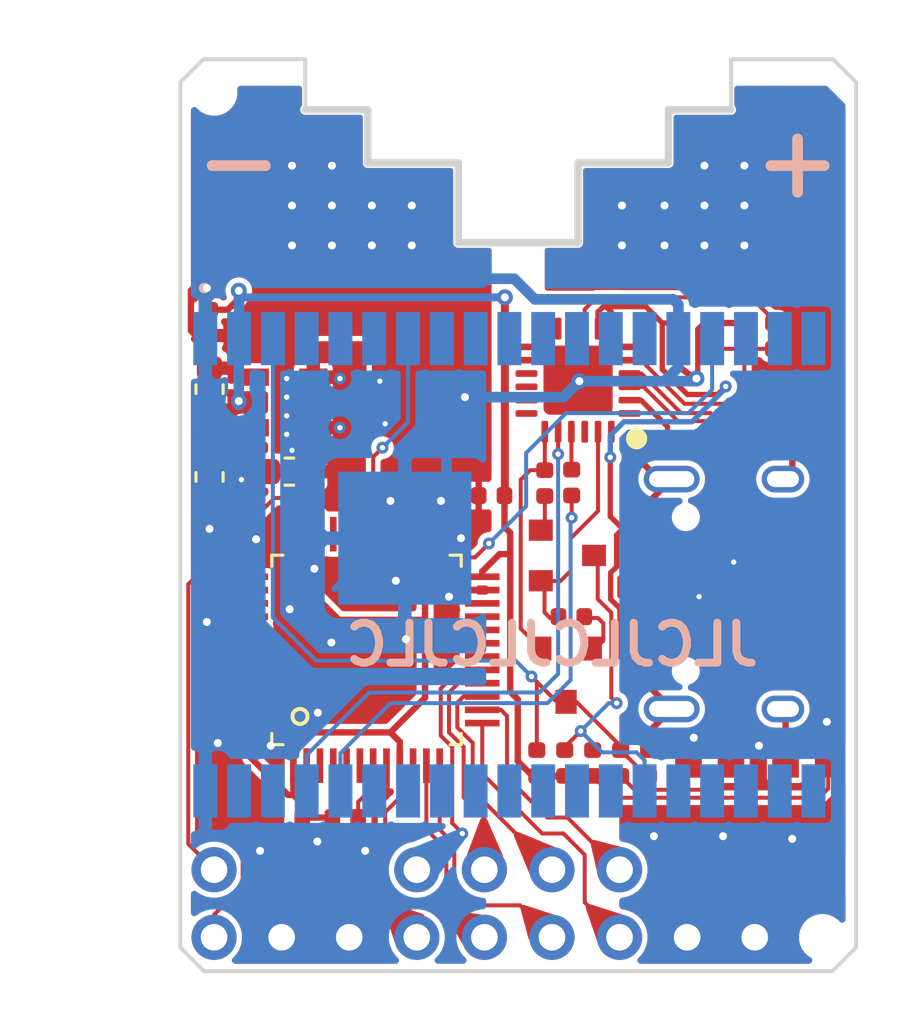
<source format=kicad_pcb>
(kicad_pcb (version 20171130) (host pcbnew 5.1.9+dfsg1-1+deb11u1)
  (layers (0 F.Cu signal) (1 In1.Cu signal hide) (2 In2.Cu signal hide) (31 B.Cu signal) (34 B.Paste user hide) (35 F.Paste user) (36 B.SilkS user) (37 F.SilkS user) (38 B.Mask user) (39 F.Mask user hide) (44 Edge.Cuts user))
  (net 0 "")
  (net 1 "Net-(U1-Pad4)")
  (net 2 "Net-(U1-Pad5)")
  (net 3 "Net-(U1-Pad6)")
  (net 4 "Net-(U1-Pad8)")
  (net 5 "Net-(U1-Pad9)")
  (net 6 "Net-(U1-Pad10)")
  (net 7 "Net-(U1-Pad11)")
  (net 8 "Net-(U1-Pad12)")
  (net 9 "Net-(U1-Pad13)")
  (net 10 "Net-(U1-Pad17)")
  (net 11 "Net-(U1-Pad18)")
  (net 12 "Net-(U1-Pad19)")
  (net 13 "Net-(U1-Pad20)")
  (net 14 "Net-(U1-Pad21)")
  (net 15 "Net-(U1-Pad22)")
  (net 16 "Net-(U1-Pad23)")
  (net 17 "Net-(U1-Pad24)")
  (net 18 "Net-(U1-Pad26)")
  (net 19 "Net-(U1-Pad27)")
  (net 20 "Net-(U1-Pad28)")
  (net 21 "Net-(U1-Pad29)")
  (net 22 "Net-(U1-Pad30)")
  (net 23 "Net-(U1-Pad31)")
  (net 24 "Net-(U1-Pad32)")
  (net 25 "Net-(U1-Pad33)")
  (net 26 "Net-(U1-Pad36)")
  (net 27 "Net-(U1-Pad37)")
  (net 28 "Net-(J1-Pad3)")
  (net 29 "Net-(J1-Pad4)")
  (net 30 "Net-(J1-Pad5)")
  (net 31 "Net-(J1-Pad6)")
  (net 32 "Net-(U2-Pad2)")
  (net 33 "Net-(U2-Pad3)")
  (net 34 "Net-(U4-Pad1)")
  (net 35 "Net-(U4-Pad10)")
  (net 36 "Net-(U4-Pad11)")
  (net 37 "Net-(U4-Pad12)")
  (net 38 "Net-(U4-Pad13)")
  (net 39 "Net-(U4-Pad14)")
  (net 40 "Net-(U4-Pad15)")
  (net 41 "Net-(U4-Pad16)")
  (net 42 "Net-(U4-Pad17)")
  (net 43 "Net-(U4-Pad18)")
  (net 44 "Net-(U4-Pad22)")
  (net 45 "Net-(U4-Pad24)")
  (net 46 GND)
  (net 47 "Net-(C1-Pad1)")
  (net 48 +5V)
  (net 49 3V3)
  (net 50 VIO)
  (net 51 ESPEN)
  (net 52 "Net-(J3-Pad1)")
  (net 53 "Net-(J3-Pad2)")
  (net 54 "Net-(J3-Pad3)")
  (net 55 "Net-(J3-Pad4)")
  (net 56 "Net-(Q1-Pad2)")
  (net 57 "Net-(Q1-Pad1)")
  (net 58 "Net-(Q2-Pad1)")
  (net 59 "Net-(Q2-Pad2)")
  (net 60 ESPRST)
  (net 61 ESPRX)
  (net 62 "Net-(R1-Pad2)")
  (net 63 "Net-(R2-Pad2)")
  (net 64 "Net-(R6-Pad1)")
  (net 65 "Net-(R7-Pad1)")
  (net 66 ESPTX)
  (net 67 STMTX)
  (net 68 STMRX)
  (net 69 SWDIO)
  (net 70 SWDCLK)
  (net 71 "Net-(U1-Pad14)")
  (net 72 "Net-(J2-PadA6)")
  (net 73 "Net-(J2-PadB5)")
  (net 74 "Net-(J2-PadA8)")
  (net 75 "Net-(J2-PadA7)")
  (net 76 "Net-(J2-PadA5)")
  (net 77 "Net-(J2-PadB8)")
  (net 78 "Net-(R10-Pad2)")
  (net 79 "Net-(R12-Pad2)")
  (net 80 "Net-(U2-Pad4)")
  (net 81 "Net-(U2-Pad5)")
  (net 82 "Net-(U2-Pad6)")
  (net 83 "Net-(U2-Pad18)")
  (net 84 "Net-(U2-Pad19)")
  (net 85 "Net-(U2-Pad20)")
  (net 86 "Net-(U2-Pad21)")
  (net 87 "Net-(U2-Pad22)")
  (net 88 "Net-(U2-Pad25)")
  (net 89 "Net-(U2-Pad26)")
  (net 90 "Net-(U2-Pad27)")
  (net 91 "Net-(U2-Pad28)")
  (net 92 "Net-(U2-Pad29)")
  (net 93 "Net-(U2-Pad32)")
  (net 94 "Net-(U2-Pad33)")
  (net 95 "Net-(U2-Pad38)")
  (net 96 "Net-(U2-Pad39)")
  (net 97 "Net-(U2-Pad40)")
  (net 98 "Net-(U2-Pad41)")
  (net 99 "Net-(U2-Pad42)")
  (net 100 "Net-(U2-Pad43)")
  (net 101 "Net-(U2-Pad45)")
  (net 102 "Net-(U2-Pad46)")
  (net 103 "Net-(U3-Pad4)")
  (module Package_TO_SOT_SMD:SOT-23-5 (layer F.Cu) (at -8.8 -20.1 180)
    (fp_text reference U3 hide)
    (fp_text value ME6211C33M5G-N)
    (pad 1 smd rect (at -1.1 -0.95 180) (size 1.06 0.65) (layers F.Cu F.Paste F.Mask) (net 48 +5V))
    (pad 2 smd rect (at -1.1 0 180) (size 1.06 0.65) (layers F.Cu F.Paste F.Mask) (net 46 GND))
    (pad 3 smd rect (at -1.1 0.95 180) (size 1.06 0.65) (layers F.Cu F.Paste F.Mask) (net 48 +5V))
    (pad 4 smd rect (at 1.1 0.95 180) (size 1.06 0.65) (layers F.Cu F.Paste F.Mask) (net 103 "Net-(U3-Pad4)"))
    (pad 5 smd rect (at 1.1 -0.95 180) (size 1.06 0.65) (layers F.Cu F.Paste F.Mask) (net 49 3V3))
  )
  (module Button_Switch_SMD:SW_Push_1P1T_NO_CK_KMR2 (layer F.Cu) (at 10.85 -4.4 270)
    (fp_text reference SW2 hide)
    (fp_text value SW_SPST)
    (pad NC2 smd rect (at 2.05 0.8 270) (size 0.9 1) (layers F.Cu F.Paste F.Mask))
    (pad NC1 smd rect (at 2.05 -0.8 270) (size 0.9 1) (layers F.Cu F.Paste F.Mask))
    (pad 2 smd rect (at -2.05 0.8 270) (size 0.9 1) (layers F.Cu F.Paste F.Mask) (net 46 GND))
    (pad 1 smd rect (at -2.05 -0.8 270) (size 0.9 1) (layers F.Cu F.Paste F.Mask) (net 79 "Net-(R12-Pad2)"))
  )
  (module MountingHole:MountingHole_3.2mm_M3 (layer F.Cu) (at 11.43 0)
    (fp_text reference REF** hide)
    (fp_text value MountingHole_3.2mm_M3)
    (pad "" np_thru_hole circle (at 0 0) (size 1.152 1.152) (drill 1.152) (layers *.Cu *.Mask F.Paste) (clearance 0.3))
  )
  (module Button_Switch_SMD:SW_Push_1P1T_NO_CK_KMR2 (layer F.Cu) (at 7.2 -4.4 270)
    (fp_text reference SW1 hide)
    (fp_text value SW_SPST)
    (pad 1 smd rect (at -2.05 -0.8 270) (size 0.9 1) (layers F.Cu F.Paste F.Mask) (net 78 "Net-(R10-Pad2)"))
    (pad 2 smd rect (at -2.05 0.8 270) (size 0.9 1) (layers F.Cu F.Paste F.Mask) (net 46 GND))
    (pad NC1 smd rect (at 2.05 -0.8 270) (size 0.9 1) (layers F.Cu F.Paste F.Mask))
    (pad NC2 smd rect (at 2.05 0.8 270) (size 0.9 1) (layers F.Cu F.Paste F.Mask))
  )
  (module Package_QFP:LQFP-48_7x7mm_P0.5mm (layer F.Cu) (at -5.7 -10.8 90)
    (fp_text reference U2 hide)
    (fp_text value STM32F030C8Tx)
    (pad 1 smd rect (at -4.35 -2.75 90) (size 1.3 0.25) (layers F.Cu F.Paste F.Mask) (net 49 3V3))
    (pad 2 smd rect (at -4.35 -2.25 90) (size 1.3 0.25) (layers F.Cu F.Paste F.Mask) (net 32 "Net-(U2-Pad2)"))
    (pad 3 smd rect (at -4.35 -1.75 90) (size 1.3 0.25) (layers F.Cu F.Paste F.Mask) (net 33 "Net-(U2-Pad3)"))
    (pad 4 smd rect (at -4.35 -1.25 90) (size 1.3 0.25) (layers F.Cu F.Paste F.Mask) (net 80 "Net-(U2-Pad4)"))
    (pad 5 smd rect (at -4.35 -0.75 90) (size 1.3 0.25) (layers F.Cu F.Paste F.Mask) (net 81 "Net-(U2-Pad5)"))
    (pad 6 smd rect (at -4.35 -0.25 90) (size 1.3 0.25) (layers F.Cu F.Paste F.Mask) (net 82 "Net-(U2-Pad6)"))
    (pad 7 smd rect (at -4.35 0.25 90) (size 1.3 0.25) (layers F.Cu F.Paste F.Mask) (net 64 "Net-(R6-Pad1)"))
    (pad 8 smd rect (at -4.35 0.75 90) (size 1.3 0.25) (layers F.Cu F.Paste F.Mask) (net 46 GND))
    (pad 9 smd rect (at -4.35 1.25 90) (size 1.3 0.25) (layers F.Cu F.Paste F.Mask) (net 49 3V3))
    (pad 10 smd rect (at -4.35 1.75 90) (size 1.3 0.25) (layers F.Cu F.Paste F.Mask) (net 28 "Net-(J1-Pad3)"))
    (pad 11 smd rect (at -4.35 2.25 90) (size 1.3 0.25) (layers F.Cu F.Paste F.Mask) (net 29 "Net-(J1-Pad4)"))
    (pad 12 smd rect (at -4.35 2.75 90) (size 1.3 0.25) (layers F.Cu F.Paste F.Mask) (net 30 "Net-(J1-Pad5)"))
    (pad 13 smd rect (at -2.75 4.35 180) (size 1.3 0.25) (layers F.Cu F.Paste F.Mask) (net 31 "Net-(J1-Pad6)"))
    (pad 14 smd rect (at -2.25 4.35 180) (size 1.3 0.25) (layers F.Cu F.Paste F.Mask) (net 55 "Net-(J3-Pad4)"))
    (pad 15 smd rect (at -1.75 4.35 180) (size 1.3 0.25) (layers F.Cu F.Paste F.Mask) (net 54 "Net-(J3-Pad3)"))
    (pad 16 smd rect (at -1.25 4.35 180) (size 1.3 0.25) (layers F.Cu F.Paste F.Mask) (net 53 "Net-(J3-Pad2)"))
    (pad 17 smd rect (at -0.75 4.35 180) (size 1.3 0.25) (layers F.Cu F.Paste F.Mask) (net 52 "Net-(J3-Pad1)"))
    (pad 18 smd rect (at -0.25 4.35 180) (size 1.3 0.25) (layers F.Cu F.Paste F.Mask) (net 83 "Net-(U2-Pad18)"))
    (pad 19 smd rect (at 0.25 4.35 180) (size 1.3 0.25) (layers F.Cu F.Paste F.Mask) (net 84 "Net-(U2-Pad19)"))
    (pad 20 smd rect (at 0.75 4.35 180) (size 1.3 0.25) (layers F.Cu F.Paste F.Mask) (net 85 "Net-(U2-Pad20)"))
    (pad 21 smd rect (at 1.25 4.35 180) (size 1.3 0.25) (layers F.Cu F.Paste F.Mask) (net 86 "Net-(U2-Pad21)"))
    (pad 22 smd rect (at 1.75 4.35 180) (size 1.3 0.25) (layers F.Cu F.Paste F.Mask) (net 87 "Net-(U2-Pad22)"))
    (pad 23 smd rect (at 2.25 4.35 180) (size 1.3 0.25) (layers F.Cu F.Paste F.Mask) (net 46 GND))
    (pad 24 smd rect (at 2.75 4.35 180) (size 1.3 0.25) (layers F.Cu F.Paste F.Mask) (net 49 3V3))
    (pad 25 smd rect (at 4.35 2.75 90) (size 1.3 0.25) (layers F.Cu F.Paste F.Mask) (net 88 "Net-(U2-Pad25)"))
    (pad 26 smd rect (at 4.35 2.25 90) (size 1.3 0.25) (layers F.Cu F.Paste F.Mask) (net 89 "Net-(U2-Pad26)"))
    (pad 27 smd rect (at 4.35 1.75 90) (size 1.3 0.25) (layers F.Cu F.Paste F.Mask) (net 90 "Net-(U2-Pad27)"))
    (pad 28 smd rect (at 4.35 1.25 90) (size 1.3 0.25) (layers F.Cu F.Paste F.Mask) (net 91 "Net-(U2-Pad28)"))
    (pad 29 smd rect (at 4.35 0.75 90) (size 1.3 0.25) (layers F.Cu F.Paste F.Mask) (net 92 "Net-(U2-Pad29)"))
    (pad 30 smd rect (at 4.35 0.25 90) (size 1.3 0.25) (layers F.Cu F.Paste F.Mask) (net 67 STMTX))
    (pad 31 smd rect (at 4.35 -0.25 90) (size 1.3 0.25) (layers F.Cu F.Paste F.Mask) (net 68 STMRX))
    (pad 32 smd rect (at 4.35 -0.75 90) (size 1.3 0.25) (layers F.Cu F.Paste F.Mask) (net 93 "Net-(U2-Pad32)"))
    (pad 33 smd rect (at 4.35 -1.25 90) (size 1.3 0.25) (layers F.Cu F.Paste F.Mask) (net 94 "Net-(U2-Pad33)"))
    (pad 34 smd rect (at 4.35 -1.75 90) (size 1.3 0.25) (layers F.Cu F.Paste F.Mask) (net 69 SWDIO))
    (pad 35 smd rect (at 4.35 -2.25 90) (size 1.3 0.25) (layers F.Cu F.Paste F.Mask) (net 46 GND))
    (pad 36 smd rect (at 4.35 -2.75 90) (size 1.3 0.25) (layers F.Cu F.Paste F.Mask) (net 49 3V3))
    (pad 37 smd rect (at 2.75 -4.35 180) (size 1.3 0.25) (layers F.Cu F.Paste F.Mask) (net 70 SWDCLK))
    (pad 38 smd rect (at 2.25 -4.35 180) (size 1.3 0.25) (layers F.Cu F.Paste F.Mask) (net 95 "Net-(U2-Pad38)"))
    (pad 39 smd rect (at 1.75 -4.35 180) (size 1.3 0.25) (layers F.Cu F.Paste F.Mask) (net 96 "Net-(U2-Pad39)"))
    (pad 40 smd rect (at 1.25 -4.35 180) (size 1.3 0.25) (layers F.Cu F.Paste F.Mask) (net 97 "Net-(U2-Pad40)"))
    (pad 41 smd rect (at 0.75 -4.35 180) (size 1.3 0.25) (layers F.Cu F.Paste F.Mask) (net 98 "Net-(U2-Pad41)"))
    (pad 42 smd rect (at 0.25 -4.35 180) (size 1.3 0.25) (layers F.Cu F.Paste F.Mask) (net 99 "Net-(U2-Pad42)"))
    (pad 43 smd rect (at -0.25 -4.35 180) (size 1.3 0.25) (layers F.Cu F.Paste F.Mask) (net 100 "Net-(U2-Pad43)"))
    (pad 44 smd rect (at -0.75 -4.35 180) (size 1.3 0.25) (layers F.Cu F.Paste F.Mask) (net 65 "Net-(R7-Pad1)"))
    (pad 45 smd rect (at -1.25 -4.35 180) (size 1.3 0.25) (layers F.Cu F.Paste F.Mask) (net 101 "Net-(U2-Pad45)"))
    (pad 46 smd rect (at -1.75 -4.35 180) (size 1.3 0.25) (layers F.Cu F.Paste F.Mask) (net 102 "Net-(U2-Pad46)"))
    (pad 47 smd rect (at -2.25 -4.35 180) (size 1.3 0.25) (layers F.Cu F.Paste F.Mask) (net 46 GND))
    (pad 48 smd rect (at -2.75 -4.35 180) (size 1.3 0.25) (layers F.Cu F.Paste F.Mask) (net 49 3V3))
  )
  (module Resistor_SMD:R_0402_1005Metric (layer F.Cu) (at -6.5 -4.5 180)
    (fp_text reference R6 hide)
    (fp_text value 10k)
    (pad 1 smd roundrect (at -0.485 0 180) (size 0.59 0.64) (layers F.Cu F.Paste F.Mask) (net 64 "Net-(R6-Pad1)"))
    (pad 2 smd roundrect (at 0.485 0 180) (size 0.59 0.64) (layers F.Cu F.Paste F.Mask) (net 49 3V3))
  )
  (module Capacitor_SMD:C_0402_1005Metric (layer F.Cu) (at -8.6 -4.5 180)
    (fp_text reference C8 hide)
    (fp_text value 100nF)
    (pad 1 smd roundrect (at -0.485 0 180) (size 0.59 0.64) (layers F.Cu F.Paste F.Mask) (net 49 3V3))
    (pad 2 smd roundrect (at 0.485 0 180) (size 0.59 0.64) (layers F.Cu F.Paste F.Mask) (net 46 GND))
  )
  (module Resistor_SMD:R_0402_1005Metric (layer F.Cu) (at -11.45 -9.57 270)
    (fp_text reference R7 hide)
    (fp_text value 10k)
    (pad 2 smd roundrect (at 0.485 0 270) (size 0.59 0.64) (layers F.Cu F.Paste F.Mask) (net 46 GND))
    (pad 1 smd roundrect (at -0.485 0 270) (size 0.59 0.64) (layers F.Cu F.Paste F.Mask) (net 65 "Net-(R7-Pad1)"))
  )
  (module esp32-wrover:XCVR_ESP32-WROVER (layer B.Cu) (at -3.5 -14 270)
    (fp_text reference U1 hide)
    (fp_text value ESP32-WROVER)
    (pad 1 smd rect (at -8.5 8.26 270) (size 2 0.9) (layers B.Cu B.Paste B.Mask) (net 46 GND))
    (pad 2 smd rect (at -8.5 6.99 270) (size 2 0.9) (layers B.Cu B.Paste B.Mask) (net 49 3V3))
    (pad 3 smd rect (at -8.5 5.72 270) (size 2 0.9) (layers B.Cu B.Paste B.Mask) (net 51 ESPEN))
    (pad 4 smd rect (at -8.5 4.45 270) (size 2 0.9) (layers B.Cu B.Paste B.Mask) (net 1 "Net-(U1-Pad4)"))
    (pad 5 smd rect (at -8.5 3.18 270) (size 2 0.9) (layers B.Cu B.Paste B.Mask) (net 2 "Net-(U1-Pad5)"))
    (pad 6 smd rect (at -8.5 1.91 270) (size 2 0.9) (layers B.Cu B.Paste B.Mask) (net 3 "Net-(U1-Pad6)"))
    (pad 7 smd rect (at -8.5 0.64 270) (size 2 0.9) (layers B.Cu B.Paste B.Mask) (net 67 STMTX))
    (pad 8 smd rect (at -8.5 -0.63 270) (size 2 0.9) (layers B.Cu B.Paste B.Mask) (net 4 "Net-(U1-Pad8)"))
    (pad 9 smd rect (at -8.5 -1.9 270) (size 2 0.9) (layers B.Cu B.Paste B.Mask) (net 5 "Net-(U1-Pad9)"))
    (pad 10 smd rect (at -8.5 -3.17 270) (size 2 0.9) (layers B.Cu B.Paste B.Mask) (net 6 "Net-(U1-Pad10)"))
    (pad 11 smd rect (at -8.5 -4.44 270) (size 2 0.9) (layers B.Cu B.Paste B.Mask) (net 7 "Net-(U1-Pad11)"))
    (pad 12 smd rect (at -8.5 -5.71 270) (size 2 0.9) (layers B.Cu B.Paste B.Mask) (net 8 "Net-(U1-Pad12)"))
    (pad 13 smd rect (at -8.5 -6.98 270) (size 2 0.9) (layers B.Cu B.Paste B.Mask) (net 9 "Net-(U1-Pad13)"))
    (pad 14 smd rect (at -8.5 -8.25 270) (size 2 0.9) (layers B.Cu B.Paste B.Mask) (net 71 "Net-(U1-Pad14)"))
    (pad 15 smd rect (at -8.5 -9.52 270) (size 2 0.9) (layers B.Cu B.Paste B.Mask) (net 46 GND))
    (pad 16 smd rect (at -8.5 -10.79 270) (size 2 0.9) (layers B.Cu B.Paste B.Mask) (net 68 STMRX))
    (pad 17 smd rect (at -8.5 -12.06 270) (size 2 0.9) (layers B.Cu B.Paste B.Mask) (net 10 "Net-(U1-Pad17)"))
    (pad 18 smd rect (at -8.5 -13.33 270) (size 2 0.9) (layers B.Cu B.Paste B.Mask) (net 11 "Net-(U1-Pad18)"))
    (pad 19 smd rect (at -8.5 -14.6 270) (size 2 0.9) (layers B.Cu B.Paste B.Mask) (net 12 "Net-(U1-Pad19)"))
    (pad 20 smd rect (at 8.5 -14.6 270) (size 2 0.9) (layers B.Cu B.Paste B.Mask) (net 13 "Net-(U1-Pad20)"))
    (pad 21 smd rect (at 8.5 -13.33 270) (size 2 0.9) (layers B.Cu B.Paste B.Mask) (net 14 "Net-(U1-Pad21)"))
    (pad 22 smd rect (at 8.5 -12.06 270) (size 2 0.9) (layers B.Cu B.Paste B.Mask) (net 15 "Net-(U1-Pad22)"))
    (pad 23 smd rect (at 8.5 -10.79 270) (size 2 0.9) (layers B.Cu B.Paste B.Mask) (net 16 "Net-(U1-Pad23)"))
    (pad 24 smd rect (at 8.5 -9.52 270) (size 2 0.9) (layers B.Cu B.Paste B.Mask) (net 17 "Net-(U1-Pad24)"))
    (pad 25 smd rect (at 8.5 -8.25 270) (size 2 0.9) (layers B.Cu B.Paste B.Mask) (net 60 ESPRST))
    (pad 26 smd rect (at 8.5 -6.98 270) (size 2 0.9) (layers B.Cu B.Paste B.Mask) (net 18 "Net-(U1-Pad26)"))
    (pad 27 smd rect (at 8.5 -5.71 270) (size 2 0.9) (layers B.Cu B.Paste B.Mask) (net 19 "Net-(U1-Pad27)"))
    (pad 28 smd rect (at 8.5 -4.44 270) (size 2 0.9) (layers B.Cu B.Paste B.Mask) (net 20 "Net-(U1-Pad28)"))
    (pad 29 smd rect (at 8.5 -3.17 270) (size 2 0.9) (layers B.Cu B.Paste B.Mask) (net 21 "Net-(U1-Pad29)"))
    (pad 30 smd rect (at 8.5 -1.9 270) (size 2 0.9) (layers B.Cu B.Paste B.Mask) (net 22 "Net-(U1-Pad30)"))
    (pad 31 smd rect (at 8.5 -0.63 270) (size 2 0.9) (layers B.Cu B.Paste B.Mask) (net 23 "Net-(U1-Pad31)"))
    (pad 32 smd rect (at 8.5 0.64 270) (size 2 0.9) (layers B.Cu B.Paste B.Mask) (net 24 "Net-(U1-Pad32)"))
    (pad 33 smd rect (at 8.5 1.91 270) (size 2 0.9) (layers B.Cu B.Paste B.Mask) (net 25 "Net-(U1-Pad33)"))
    (pad 34 smd rect (at 8.5 3.18 270) (size 2 0.9) (layers B.Cu B.Paste B.Mask) (net 61 ESPRX))
    (pad 35 smd rect (at 8.5 4.45 270) (size 2 0.9) (layers B.Cu B.Paste B.Mask) (net 66 ESPTX))
    (pad 36 smd rect (at 8.5 5.72 270) (size 2 0.9) (layers B.Cu B.Paste B.Mask) (net 26 "Net-(U1-Pad36)"))
    (pad 37 smd rect (at 8.5 6.99 270) (size 2 0.9) (layers B.Cu B.Paste B.Mask) (net 27 "Net-(U1-Pad37)"))
    (pad 38 smd rect (at 8.5 8.26 270) (size 2 0.9) (layers B.Cu B.Paste B.Mask) (net 46 GND))
    (pad 39 smd rect (at -1 0.76 270) (size 5 5) (layers B.Cu B.Mask) (net 46 GND))
  )
  (module footprints:USB_C_Receptacle_HRO_TYPE-C-31-M-12 (layer F.Cu) (at 8.9 -12.9 90)
    (fp_text reference J2 hide)
    (fp_text value USB_C_Receptacle_USB2.0)
    (pad S1 thru_hole oval (at 4.32 1.05 90) (size 1 1.6) (drill oval 0.6 1.2) (layers *.Cu *.Mask) (net 46 GND))
    (pad "" np_thru_hole circle (at 2.89 -2.6 90) (size 0.65 0.65) (drill 0.65) (layers *.Cu *.Mask))
    (pad S1 thru_hole oval (at -4.32 1.05 90) (size 1 1.6) (drill oval 0.6 1.2) (layers *.Cu *.Mask) (net 46 GND))
    (pad "" np_thru_hole circle (at -2.89 -2.6 90) (size 0.65 0.65) (drill 0.65) (layers *.Cu *.Mask))
    (pad S1 thru_hole oval (at -4.32 -3.13 90) (size 1 2.1) (drill oval 0.6 1.7) (layers *.Cu *.Mask) (net 46 GND))
    (pad S1 thru_hole oval (at 4.32 -3.13 90) (size 1 2.1) (drill oval 0.6 1.7) (layers *.Cu *.Mask) (net 46 GND))
    (pad A6 smd rect (at -0.25 -4.045 90) (size 0.3 1.45) (layers F.Cu F.Paste F.Mask) (net 72 "Net-(J2-PadA6)"))
    (pad B5 smd rect (at 1.75 -4.045 90) (size 0.3 1.45) (layers F.Cu F.Paste F.Mask) (net 73 "Net-(J2-PadB5)"))
    (pad A8 smd rect (at 1.25 -4.045 90) (size 0.3 1.45) (layers F.Cu F.Paste F.Mask) (net 74 "Net-(J2-PadA8)"))
    (pad B6 smd rect (at 0.75 -4.045 90) (size 0.3 1.45) (layers F.Cu F.Paste F.Mask) (net 72 "Net-(J2-PadA6)"))
    (pad A7 smd rect (at 0.25 -4.045 90) (size 0.3 1.45) (layers F.Cu F.Paste F.Mask) (net 75 "Net-(J2-PadA7)"))
    (pad B7 smd rect (at -0.75 -4.045 90) (size 0.3 1.45) (layers F.Cu F.Paste F.Mask) (net 75 "Net-(J2-PadA7)"))
    (pad A5 smd rect (at -1.25 -4.045 90) (size 0.3 1.45) (layers F.Cu F.Paste F.Mask) (net 76 "Net-(J2-PadA5)"))
    (pad B8 smd rect (at -1.75 -4.045 90) (size 0.3 1.45) (layers F.Cu F.Paste F.Mask) (net 77 "Net-(J2-PadB8)"))
    (pad A12 smd rect (at 3.25 -4.045 90) (size 0.6 1.45) (layers F.Cu F.Paste F.Mask) (net 46 GND))
    (pad B4 smd rect (at 2.45 -4.045 90) (size 0.6 1.45) (layers F.Cu F.Paste F.Mask) (net 47 "Net-(C1-Pad1)"))
    (pad A4 smd rect (at -2.45 -4.045 90) (size 0.6 1.45) (layers F.Cu F.Paste F.Mask) (net 47 "Net-(C1-Pad1)"))
    (pad A1 smd rect (at -3.25 -4.045 90) (size 0.6 1.45) (layers F.Cu F.Paste F.Mask) (net 46 GND))
    (pad B12 smd rect (at -3.25 -4.045 90) (size 0.6 1.45) (layers F.Cu F.Mask) (net 46 GND))
    (pad B9 smd rect (at -2.45 -4.045 90) (size 0.6 1.45) (layers F.Cu F.Mask) (net 47 "Net-(C1-Pad1)"))
    (pad A9 smd rect (at 2.45 -4.045 90) (size 0.6 1.45) (layers F.Cu F.Mask) (net 47 "Net-(C1-Pad1)"))
    (pad B1 smd rect (at 3.25 -4.045 90) (size 0.6 1.45) (layers F.Cu F.Mask) (net 46 GND))
  )
  (module Package_TO_SOT_SMD:SOT-23 (layer F.Cu) (at 1.85 -14.35)
    (fp_text reference Q2 hide)
    (fp_text value AO3400)
    (pad 1 smd rect (at -1 -0.95) (size 0.9 0.8) (layers F.Cu F.Paste F.Mask) (net 58 "Net-(Q2-Pad1)"))
    (pad 2 smd rect (at -1 0.95) (size 0.9 0.8) (layers F.Cu F.Paste F.Mask) (net 59 "Net-(Q2-Pad2)"))
    (pad 3 smd rect (at 1 0) (size 0.9 0.8) (layers F.Cu F.Paste F.Mask) (net 60 ESPRST))
  )
  (module Package_TO_SOT_SMD:SOT-23 (layer F.Cu) (at 1.8 -9.85 270)
    (fp_text reference Q1 hide)
    (fp_text value AO3400)
    (pad 3 smd rect (at 1 0 270) (size 0.9 0.8) (layers F.Cu F.Paste F.Mask) (net 51 ESPEN))
    (pad 2 smd rect (at -1 0.95 270) (size 0.9 0.8) (layers F.Cu F.Paste F.Mask) (net 56 "Net-(Q1-Pad2)"))
    (pad 1 smd rect (at -1 -0.95 270) (size 0.9 0.8) (layers F.Cu F.Paste F.Mask) (net 57 "Net-(Q1-Pad1)"))
  )
  (module esp32-wrover:C_0603_1608Metric (layer F.Cu) (at -11.6 -17.3 270)
    (fp_text reference C9 hide)
    (fp_text value 10uF)
    (pad 2 smd roundrect (at 0.7875 0 270) (size 0.875 0.95) (layers F.Cu F.Paste F.Mask) (net 46 GND))
    (pad 1 smd roundrect (at -0.7875 0 270) (size 0.875 0.95) (layers F.Cu F.Paste F.Mask) (net 49 3V3))
  )
  (module Connector_PinHeader_2.54mm:PinHeader_1x02_P2.54mm_Vertical (layer F.Cu) (at -11.43 -2.54)
    (fp_text reference J4 hide)
    (fp_text value Conn_01x02_Male)
    (pad 1 thru_hole circle (at 0 0) (size 1.7 1.7) (drill 1) (layers *.Cu *.Mask) (net 69 SWDIO))
    (pad 2 thru_hole oval (at 0 2.54) (size 1.7 1.7) (drill 1) (layers *.Cu *.Mask) (net 70 SWDCLK))
  )
  (module esp32-wrover:C_0603_1608Metric (layer F.Cu) (at -8.6 -17.5 180)
    (fp_text reference C2 hide)
    (fp_text value 10uF)
    (pad 1 smd roundrect (at -0.7875 0 180) (size 0.875 0.95) (layers F.Cu F.Paste F.Mask) (net 48 +5V))
    (pad 2 smd roundrect (at 0.7875 0 180) (size 0.875 0.95) (layers F.Cu F.Paste F.Mask) (net 46 GND))
  )
  (module esp32-wrover:C_0603_1608Metric (layer F.Cu) (at -11.6 -20.6 90)
    (fp_text reference C4 hide)
    (fp_text value 10uF)
    (pad 2 smd roundrect (at 0.7875 0 90) (size 0.875 0.95) (layers F.Cu F.Paste F.Mask) (net 46 GND))
    (pad 1 smd roundrect (at -0.7875 0 90) (size 0.875 0.95) (layers F.Cu F.Paste F.Mask) (net 49 3V3))
  )
  (module Connector_PinHeader_2.54mm:PinHeader_1x04_P2.54mm_Vertical (layer F.Cu) (at -3.81 -2.54 90)
    (fp_text reference J3 hide)
    (fp_text value Conn_01x04_Male)
    (pad 1 thru_hole circle (at 0 0 90) (size 1.7 1.7) (drill 1) (layers *.Cu *.Mask) (net 52 "Net-(J3-Pad1)"))
    (pad 2 thru_hole oval (at 0 2.54 90) (size 1.7 1.7) (drill 1) (layers *.Cu *.Mask) (net 53 "Net-(J3-Pad2)"))
    (pad 3 thru_hole oval (at 0 5.08 90) (size 1.7 1.7) (drill 1) (layers *.Cu *.Mask) (net 54 "Net-(J3-Pad3)"))
    (pad 4 thru_hole oval (at 0 7.62 90) (size 1.7 1.7) (drill 1) (layers *.Cu *.Mask) (net 55 "Net-(J3-Pad4)"))
  )
  (module Package_DFN_QFN:QFN-24-1EP_4x4mm_P0.5mm_EP2.6x2.6mm (layer F.Cu) (at 2.25 -20.9375 90)
    (fp_text reference U4 hide)
    (fp_text value CH9102F)
    (pad 25 smd roundrect (at 0 0 180) (size 2.6 2.6) (layers F.Cu F.Mask) (roundrect_rratio 0.09615384615384616) (net 46 GND))
    (pad 1 smd roundrect (at -1.25 1.9375 180) (size 0.825 0.25) (layers F.Cu F.Paste F.Mask) (net 34 "Net-(U4-Pad1)"))
    (pad 2 smd roundrect (at -0.75 1.9375 180) (size 0.825 0.25) (layers F.Cu F.Paste F.Mask) (net 46 GND))
    (pad 3 smd roundrect (at -0.25 1.9375 180) (size 0.825 0.25) (layers F.Cu F.Paste F.Mask) (net 72 "Net-(J2-PadA6)"))
    (pad 4 smd roundrect (at 0.25 1.9375 180) (size 0.825 0.25) (layers F.Cu F.Paste F.Mask) (net 75 "Net-(J2-PadA7)"))
    (pad 5 smd roundrect (at 0.75 1.9375 180) (size 0.825 0.25) (layers F.Cu F.Paste F.Mask) (net 50 VIO))
    (pad 6 smd roundrect (at 1.25 1.9375 180) (size 0.825 0.25) (layers F.Cu F.Paste F.Mask) (net 50 VIO))
    (pad 7 smd roundrect (at 1.9375 1.25 180) (size 0.25 0.825) (layers F.Cu F.Paste F.Mask) (net 47 "Net-(C1-Pad1)"))
    (pad 8 smd roundrect (at 1.9375 0.75 180) (size 0.25 0.825) (layers F.Cu F.Paste F.Mask) (net 47 "Net-(C1-Pad1)"))
    (pad 9 smd roundrect (at 1.9375 0.25 180) (size 0.25 0.825) (layers F.Cu F.Paste F.Mask) (net 63 "Net-(R2-Pad2)"))
    (pad 10 smd roundrect (at 1.9375 -0.25 180) (size 0.25 0.825) (layers F.Cu F.Paste F.Mask) (net 35 "Net-(U4-Pad10)"))
    (pad 11 smd roundrect (at 1.9375 -0.75 180) (size 0.25 0.825) (layers F.Cu F.Paste F.Mask) (net 36 "Net-(U4-Pad11)"))
    (pad 12 smd roundrect (at 1.9375 -1.25 180) (size 0.25 0.825) (layers F.Cu F.Paste F.Mask) (net 37 "Net-(U4-Pad12)"))
    (pad 13 smd roundrect (at 1.25 -1.9375 180) (size 0.825 0.25) (layers F.Cu F.Paste F.Mask) (net 38 "Net-(U4-Pad13)"))
    (pad 14 smd roundrect (at 0.75 -1.9375 180) (size 0.825 0.25) (layers F.Cu F.Paste F.Mask) (net 39 "Net-(U4-Pad14)"))
    (pad 15 smd roundrect (at 0.25 -1.9375 180) (size 0.825 0.25) (layers F.Cu F.Paste F.Mask) (net 40 "Net-(U4-Pad15)"))
    (pad 16 smd roundrect (at -0.25 -1.9375 180) (size 0.825 0.25) (layers F.Cu F.Paste F.Mask) (net 41 "Net-(U4-Pad16)"))
    (pad 17 smd roundrect (at -0.75 -1.9375 180) (size 0.825 0.25) (layers F.Cu F.Paste F.Mask) (net 42 "Net-(U4-Pad17)"))
    (pad 18 smd roundrect (at -1.25 -1.9375 180) (size 0.825 0.25) (layers F.Cu F.Paste F.Mask) (net 43 "Net-(U4-Pad18)"))
    (pad 19 smd roundrect (at -1.9375 -1.25 180) (size 0.25 0.825) (layers F.Cu F.Paste F.Mask) (net 56 "Net-(Q1-Pad2)"))
    (pad 20 smd roundrect (at -1.9375 -0.75 180) (size 0.25 0.825) (layers F.Cu F.Paste F.Mask) (net 66 ESPTX))
    (pad 21 smd roundrect (at -1.9375 -0.25 180) (size 0.25 0.825) (layers F.Cu F.Paste F.Mask) (net 62 "Net-(R1-Pad2)"))
    (pad 22 smd roundrect (at -1.9375 0.25 180) (size 0.25 0.825) (layers F.Cu F.Paste F.Mask) (net 44 "Net-(U4-Pad22)"))
    (pad 23 smd roundrect (at -1.9375 0.75 180) (size 0.25 0.825) (layers F.Cu F.Paste F.Mask) (net 59 "Net-(Q2-Pad2)"))
    (pad 24 smd roundrect (at -1.9375 1.25 180) (size 0.25 0.825) (layers F.Cu F.Paste F.Mask) (net 45 "Net-(U4-Pad24)"))
  )
  (module Connector_PinHeader_2.54mm:PinHeader_1x08_P2.54mm_Vertical (layer F.Cu) (at 0 0 90)
    (fp_text reference J1 hide)
    (fp_text value Conn_01x08_Male)
    (pad 1 thru_hole circle (at 0 -8.89 90) (size 1.7 1.7) (drill 1) (layers *.Cu *.Mask) (net 46 GND))
    (pad 2 thru_hole oval (at 0 -6.35 90) (size 1.7 1.7) (drill 1) (layers *.Cu *.Mask) (net 46 GND))
    (pad 3 thru_hole oval (at 0 -3.81 90) (size 1.7 1.7) (drill 1) (layers *.Cu *.Mask) (net 28 "Net-(J1-Pad3)"))
    (pad 4 thru_hole oval (at 0 -1.27 90) (size 1.7 1.7) (drill 1) (layers *.Cu *.Mask) (net 29 "Net-(J1-Pad4)"))
    (pad 5 thru_hole oval (at 0 1.27 90) (size 1.7 1.7) (drill 1) (layers *.Cu *.Mask) (net 30 "Net-(J1-Pad5)"))
    (pad 6 thru_hole oval (at 0 3.81 90) (size 1.7 1.7) (drill 1) (layers *.Cu *.Mask) (net 31 "Net-(J1-Pad6)"))
    (pad 7 thru_hole oval (at 0 6.35 90) (size 1.7 1.7) (drill 1) (layers *.Cu *.Mask) (net 48 +5V))
    (pad 8 thru_hole oval (at 0 8.89 90) (size 1.7 1.7) (drill 1) (layers *.Cu *.Mask) (net 48 +5V))
  )
  (module MountingHole:MountingHole_3.2mm_M3 (layer F.Cu) (at -11.43 -31.75)
    (fp_text reference REF** hide)
    (fp_text value MountingHole_3.2mm_M3)
    (pad "" np_thru_hole circle (at 0 0) (size 1.152 1.152) (drill 1.152) (layers *.Cu *.Mask F.Paste) (clearance 0.3))
  )
  (module Resistor_SMD:R_0402_1005Metric (layer F.Cu) (at 2.01 -17.09 90)
    (fp_text reference R1 hide)
    (fp_text value 1k)
    (pad 1 smd roundrect (at -0.485 0 90) (size 0.59 0.64) (layers F.Cu F.Paste F.Mask) (net 61 ESPRX))
    (pad 2 smd roundrect (at 0.485 0 90) (size 0.59 0.64) (layers F.Cu F.Paste F.Mask) (net 62 "Net-(R1-Pad2)"))
  )
  (module Capacitor_SMD:C_0402_1005Metric (layer F.Cu) (at 6.1 -22.6 270)
    (fp_text reference C1 hide)
    (fp_text value 1uF)
    (pad 2 smd roundrect (at 0.485 0 270) (size 0.59 0.64) (layers F.Cu F.Paste F.Mask) (net 46 GND))
    (pad 1 smd roundrect (at -0.485 0 270) (size 0.59 0.64) (layers F.Cu F.Paste F.Mask) (net 47 "Net-(C1-Pad1)"))
  )
  (module Capacitor_SMD:C_0402_1005Metric (layer F.Cu) (at 8.5 -22.6 90)
    (fp_text reference C3 hide)
    (fp_text value 100nF)
    (pad 2 smd roundrect (at 0.485 0 90) (size 0.59 0.64) (layers F.Cu F.Paste F.Mask) (net 46 GND))
    (pad 1 smd roundrect (at -0.485 0 90) (size 0.59 0.64) (layers F.Cu F.Paste F.Mask) (net 50 VIO))
  )
  (module Capacitor_SMD:C_0402_1005Metric (layer F.Cu) (at -11.6 -23.1 270)
    (fp_text reference C5 hide)
    (fp_text value 100nF)
    (pad 1 smd roundrect (at -0.485 0 270) (size 0.59 0.64) (layers F.Cu F.Paste F.Mask) (net 49 3V3))
    (pad 2 smd roundrect (at 0.485 0 270) (size 0.59 0.64) (layers F.Cu F.Paste F.Mask) (net 46 GND))
  )
  (module Capacitor_SMD:C_0402_1005Metric (layer F.Cu) (at 7.4 -22.6 90)
    (fp_text reference C6 hide)
    (fp_text value 1uF)
    (pad 1 smd roundrect (at -0.485 0 90) (size 0.59 0.64) (layers F.Cu F.Paste F.Mask) (net 50 VIO))
    (pad 2 smd roundrect (at 0.485 0 90) (size 0.59 0.64) (layers F.Cu F.Paste F.Mask) (net 46 GND))
  )
  (module Capacitor_SMD:C_0402_1005Metric (layer F.Cu) (at 4.9 -6.55 90)
    (fp_text reference C7 hide)
    (fp_text value 1uF)
    (pad 2 smd roundrect (at 0.485 0 90) (size 0.59 0.64) (layers F.Cu F.Paste F.Mask) (net 46 GND))
    (pad 1 smd roundrect (at -0.485 0 90) (size 0.59 0.64) (layers F.Cu F.Paste F.Mask) (net 51 ESPEN))
  )
  (module Resistor_SMD:R_0402_1005Metric (layer F.Cu) (at 9.6 -22.6 90)
    (fp_text reference R2 hide)
    (fp_text value 10k)
    (pad 1 smd roundrect (at -0.485 0 90) (size 0.59 0.64) (layers F.Cu F.Paste F.Mask) (net 50 VIO))
    (pad 2 smd roundrect (at 0.485 0 90) (size 0.59 0.64) (layers F.Cu F.Paste F.Mask) (net 63 "Net-(R2-Pad2)"))
  )
  (module Resistor_SMD:R_0402_1005Metric (layer F.Cu) (at 2 -12.05 180)
    (fp_text reference R3 hide)
    (fp_text value 10k)
    (pad 2 smd roundrect (at 0.485 0 180) (size 0.59 0.64) (layers F.Cu F.Paste F.Mask) (net 59 "Net-(Q2-Pad2)"))
    (pad 1 smd roundrect (at -0.485 0 180) (size 0.59 0.64) (layers F.Cu F.Paste F.Mask) (net 57 "Net-(Q1-Pad1)"))
  )
  (module Resistor_SMD:R_0402_1005Metric (layer F.Cu) (at 1 -17.07 90)
    (fp_text reference R4 hide)
    (fp_text value 10k)
    (pad 1 smd roundrect (at -0.485 0 90) (size 0.59 0.64) (layers F.Cu F.Paste F.Mask) (net 58 "Net-(Q2-Pad1)"))
    (pad 2 smd roundrect (at 0.485 0 90) (size 0.59 0.64) (layers F.Cu F.Paste F.Mask) (net 56 "Net-(Q1-Pad2)"))
  )
  (module Resistor_SMD:R_0402_1005Metric (layer F.Cu) (at 0.7 -6.55 90)
    (fp_text reference R5 hide)
    (fp_text value 10k)
    (pad 2 smd roundrect (at 0.485 0 90) (size 0.59 0.64) (layers F.Cu F.Paste F.Mask) (net 51 ESPEN))
    (pad 1 smd roundrect (at -0.485 0 90) (size 0.59 0.64) (layers F.Cu F.Paste F.Mask) (net 49 3V3))
  )
  (module Resistor_SMD:R_0402_1005Metric (layer F.Cu) (at 9.82 -18.75 180)
    (fp_text reference R8 hide)
    (fp_text value 5.1k)
    (pad 1 smd roundrect (at -0.485 0 180) (size 0.59 0.64) (layers F.Cu F.Paste F.Mask) (net 46 GND))
    (pad 2 smd roundrect (at 0.485 0 180) (size 0.59 0.64) (layers F.Cu F.Paste F.Mask) (net 76 "Net-(J2-PadA5)"))
  )
  (module Resistor_SMD:R_0402_1005Metric (layer F.Cu) (at 6.1 -18.75)
    (fp_text reference R9 hide)
    (fp_text value 5.1k)
    (pad 2 smd roundrect (at 0.485 0) (size 0.59 0.64) (layers F.Cu F.Paste F.Mask) (net 73 "Net-(J2-PadB5)"))
    (pad 1 smd roundrect (at -0.485 0) (size 0.59 0.64) (layers F.Cu F.Paste F.Mask) (net 46 GND))
  )
  (module Resistor_SMD:R_0402_1005Metric (layer F.Cu) (at 3.85 -6.55 270)
    (fp_text reference R10 hide)
    (fp_text value "470 Ohm")
    (pad 1 smd roundrect (at -0.485 0 270) (size 0.59 0.64) (layers F.Cu F.Paste F.Mask) (net 51 ESPEN))
    (pad 2 smd roundrect (at 0.485 0 270) (size 0.59 0.64) (layers F.Cu F.Paste F.Mask) (net 78 "Net-(R10-Pad2)"))
  )
  (module Resistor_SMD:R_0402_1005Metric (layer F.Cu) (at 1.75 -6.55 90)
    (fp_text reference R11 hide)
    (fp_text value 10k)
    (pad 1 smd roundrect (at -0.485 0 90) (size 0.59 0.64) (layers F.Cu F.Paste F.Mask) (net 49 3V3))
    (pad 2 smd roundrect (at 0.485 0 90) (size 0.59 0.64) (layers F.Cu F.Paste F.Mask) (net 60 ESPRST))
  )
  (module Resistor_SMD:R_0402_1005Metric (layer F.Cu) (at 2.8 -6.55 270)
    (fp_text reference R12 hide)
    (fp_text value "470 Ohm")
    (pad 2 smd roundrect (at 0.485 0 270) (size 0.59 0.64) (layers F.Cu F.Paste F.Mask) (net 79 "Net-(R12-Pad2)"))
    (pad 1 smd roundrect (at -0.485 0 270) (size 0.59 0.64) (layers F.Cu F.Paste F.Mask) (net 60 ESPRST))
  )
  (module Capacitor_SMD:C_0402_1005Metric (layer F.Cu) (at -1 -16.6 180)
    (fp_text reference C10 hide)
    (fp_text value 100nF)
    (pad 1 smd roundrect (at -0.485 0 180) (size 0.59 0.64) (layers F.Cu F.Paste F.Mask) (net 49 3V3))
    (pad 2 smd roundrect (at 0.485 0 180) (size 0.59 0.64) (layers F.Cu F.Paste F.Mask) (net 46 GND))
  )
  (gr_line (start 10.5 -28) (end 10.5 -30) (layer B.SilkS) (width 0.4))
  (gr_line (start -11.5 -29) (end -9.5 -29) (layer B.SilkS) (width 0.4))
  (gr_line (start 9.5 -29) (end 11.5 -29) (layer B.SilkS) (width 0.4))
  (gr_line (start 10.5 -28) (end 10.5 -30) (layer F.SilkS) (width 0.4))
  (gr_line (start 9.5 -29) (end 11.5 -29) (layer F.SilkS) (width 0.4))
  (gr_line (start -11.5 -29) (end -9.5 -29) (layer F.SilkS) (width 0.4))
  (gr_line (start -12.7 0.381) (end -11.811 1.27) (layer Edge.Cuts) (width 0.15))
  (gr_line (start -11.83 -33) (end -8 -33) (layer Edge.Cuts) (width 0.15))
  (gr_line (start -12.7 -32.131) (end -11.83 -33) (layer Edge.Cuts) (width 0.15))
  (gr_line (start 11.83 -33) (end 12.7 -32.131) (layer Edge.Cuts) (width 0.15))
  (gr_line (start 11.811 1.27) (end 12.7 0.381) (layer Edge.Cuts) (width 0.15))
  (gr_line (start 8 -33) (end 11.83 -33) (layer Edge.Cuts) (width 0.15))
  (gr_line (start 8 -31.1) (end 8 -33) (layer Edge.Cuts) (width 0.15))
  (gr_line (start -8 -31.1) (end -8 -33) (layer Edge.Cuts) (width 0.15))
  (gr_line (start -12.7 0.381) (end -12.7 -32.131) (layer Edge.Cuts) (width 0.15))
  (gr_line (start 12.7 0.381) (end 12.7 -32.131) (layer Edge.Cuts) (width 0.15))
  (gr_line (start -11.811 1.27) (end 11.811 1.27) (layer Edge.Cuts) (width 0.15))
  (gr_line (start -5.649784 -31.09991) (end -8.000028 -31.09991) (layer Edge.Cuts) (width 0.282843))
  (gr_line (start -5.649784 -29.100034) (end -5.649784 -31.09991) (layer Edge.Cuts) (width 0.282843))
  (gr_line (start -2.249992 -29.100034) (end -5.649784 -29.100034) (layer Edge.Cuts) (width 0.282843))
  (gr_line (start -2.249992 -26.099698) (end -2.249992 -29.100034) (layer Edge.Cuts) (width 0.282843))
  (gr_line (start 2.249992 -26.099698) (end -2.249992 -26.099698) (layer Edge.Cuts) (width 0.282843))
  (gr_line (start 2.249992 -29.100034) (end 2.249992 -26.099698) (layer Edge.Cuts) (width 0.282843))
  (gr_line (start 5.649267 -29.100034) (end 2.249992 -29.100034) (layer Edge.Cuts) (width 0.282843))
  (gr_line (start 5.649267 -31.09991) (end 5.649267 -29.100034) (layer Edge.Cuts) (width 0.282843))
  (gr_line (start 7.999512 -31.09991) (end 5.649267 -31.09991) (layer Edge.Cuts) (width 0.282843))
  (gr_text JLCJLCJLCJLC (at 1.27 -11) (layer B.SilkS) (effects (font (size 1.5 1.5) (thickness 0.3)) (justify mirror)))
  (segment (start -4.4 -5.3) (end -4.4 -5.3) (width 0.15) (layer F.Cu) (net 28))
  (segment (start -5 -1.19) (end -3.81 0) (width 0.15) (layer F.Cu) (net 28))
  (segment (start -5 -4.7) (end -5 -1.19) (width 0.15) (layer F.Cu) (net 28))
  (segment (start -3.95 -6.45) (end -3.95 -5.75) (width 0.15) (layer F.Cu) (net 28))
  (segment (start -3.95 -5.75) (end -5 -4.7) (width 0.15) (layer F.Cu) (net 28))
  (segment (start -1.8 0) (end -1.27 0) (width 0.15) (layer F.Cu) (net 29))
  (segment (start -2.7 -0.9) (end -1.8 0) (width 0.15) (layer F.Cu) (net 29))
  (segment (start -3.45 -4.05) (end -2.7 -3.3) (width 0.15) (layer F.Cu) (net 29))
  (segment (start -3.45 -6.45) (end -3.45 -4.05) (width 0.15) (layer F.Cu) (net 29))
  (segment (start -2.7 -3.3) (end -2.7 -0.9) (width 0.15) (layer F.Cu) (net 29))
  (segment (start 0.07 -1.2) (end 1.27 0) (width 0.15) (layer F.Cu) (net 30))
  (segment (start -1.8 -1.2) (end 0.07 -1.2) (width 0.15) (layer F.Cu) (net 30))
  (segment (start -2.4 -1.8) (end -2.399998 -1.799998) (width 0.15) (layer F.Cu) (net 30))
  (segment (start -2.399998 -1.799998) (end -1.8 -1.2) (width 0.15) (layer F.Cu) (net 30))
  (segment (start -2.95 -6.45) (end -2.95 -4.05) (width 0.15) (layer F.Cu) (net 30))
  (segment (start -2.399998 -3.499998) (end -2.399998 -1.799998) (width 0.15) (layer F.Cu) (net 30))
  (segment (start -2.95 -4.05) (end -2.399998 -3.499998) (width 0.15) (layer F.Cu) (net 30))
  (segment (start 3.81 0) (end 2.5 -1.31) (width 0.15) (layer F.Cu) (net 31))
  (segment (start -1.35 -6.15) (end -1.35 -8.05) (width 0.15) (layer F.Cu) (net 31))
  (segment (start -1.35 -6.15) (end 0.9 -3.9) (width 0.15) (layer F.Cu) (net 31))
  (segment (start 0.9 -3.9) (end 1.7 -3.9) (width 0.15) (layer F.Cu) (net 31))
  (segment (start 1.7 -3.9) (end 2.5 -3.1) (width 0.15) (layer F.Cu) (net 31))
  (segment (start 2.5 -3.1) (end 2.5 -1.31) (width 0.15) (layer F.Cu) (net 31))
  (segment (start -1.35 -8.05) (end -1.35 -7.95) (width 0.15) (layer F.Cu) (net 31))
  (segment (start -11.76 -5.5) (end -11.76 -6.24) (width 0.25) (layer B.Cu) (net 46))
  (via (at -4 -26) (size 0.6) (drill 0.3) (layers F.Cu B.Cu) (net 46))
  (via (at -5.5 -26) (size 0.6) (drill 0.3) (layers F.Cu B.Cu) (net 46))
  (via (at -7 -26) (size 0.6) (drill 0.3) (layers F.Cu B.Cu) (net 46))
  (via (at -7 -27.5) (size 0.6) (drill 0.3) (layers F.Cu B.Cu) (net 46))
  (via (at -5.5 -27.5) (size 0.6) (drill 0.3) (layers F.Cu B.Cu) (net 46))
  (via (at -4 -27.5) (size 0.6) (drill 0.3) (layers F.Cu B.Cu) (net 46))
  (via (at -7 -29) (size 0.6) (drill 0.3) (layers F.Cu B.Cu) (net 46))
  (via (at -8.5 -27.5) (size 0.6) (drill 0.3) (layers F.Cu B.Cu) (net 46))
  (via (at -8.5 -29) (size 0.6) (drill 0.3) (layers F.Cu B.Cu) (net 46))
  (via (at -8.5 -26) (size 0.6) (drill 0.3) (layers F.Cu B.Cu) (net 46))
  (segment (start -10.1 -26) (end -8.5 -26) (width 0.4) (layer B.Cu) (net 46))
  (segment (start -11.7 -24.4) (end -10.1 -26) (width 0.4) (layer B.Cu) (net 46))
  (segment (start -8.5 -26) (end -8.3 -25.8) (width 0.4) (layer F.Cu) (net 46))
  (segment (start 6.02 -22.5) (end 6.02 -23.365996) (width 0.4) (layer B.Cu) (net 46))
  (segment (start 2.3 -20.9) (end 2.29 -20.9) (width 0.4) (layer B.Cu) (net 46))
  (segment (start 6.1 -22.115) (end 6.1 -21.4) (width 0.24) (layer F.Cu) (net 46))
  (segment (start 6.1 -21.4) (end 6.56 -21.05) (width 0.24) (layer F.Cu) (net 46))
  (segment (start 7.4 -23.085) (end 8.5 -23.085) (width 0.24) (layer F.Cu) (net 46))
  (segment (start 4.855 -16.15) (end 4.855 -16.305) (width 0.24) (layer F.Cu) (net 46))
  (segment (start 4.855 -16.305) (end 5.77 -17.22) (width 0.24) (layer F.Cu) (net 46))
  (segment (start 4.855 -9.65) (end 4.855 -9.495) (width 0.24) (layer F.Cu) (net 46))
  (segment (start 4.855 -9.495) (end 5.77 -8.58) (width 0.24) (layer F.Cu) (net 46))
  (segment (start 5.28 -17.22) (end 5.77 -17.22) (width 0.24) (layer F.Cu) (net 46))
  (segment (start 4.6 -17.9) (end 5.28 -17.22) (width 0.24) (layer F.Cu) (net 46))
  (segment (start 4.6 -18.2) (end 4.6 -17.9) (width 0.24) (layer F.Cu) (net 46))
  (segment (start 5 -18.6) (end 4.6 -18.2) (width 0.24) (layer F.Cu) (net 46))
  (segment (start 6.75 -21.24) (end 6.56 -21.05) (width 0.2) (layer F.Cu) (net 46))
  (segment (start 6.985 -23.085) (end 6.75 -22.85) (width 0.2) (layer F.Cu) (net 46))
  (segment (start 7.4 -23.085) (end 6.985 -23.085) (width 0.2) (layer F.Cu) (net 46))
  (segment (start 6.75 -22.85) (end 6.75 -21.24) (width 0.2) (layer F.Cu) (net 46))
  (segment (start 5.615 -19.02) (end 5.615 -18.6) (width 0.2) (layer F.Cu) (net 46))
  (segment (start 5.615 -19.185168) (end 5.615 -19.02) (width 0.2) (layer F.Cu) (net 46))
  (segment (start 4.612668 -20.1875) (end 5.615 -19.185168) (width 0.2) (layer F.Cu) (net 46))
  (segment (start 4.1875 -20.1875) (end 4.612668 -20.1875) (width 0.2) (layer F.Cu) (net 46))
  (segment (start 2.29 -20.9) (end 2.29 -20.8) (width 0.24) (layer B.Cu) (net 46))
  (segment (start 2.24 -20.75) (end 2.24 -21.0375) (width 0.24) (layer F.Cu) (net 46))
  (segment (start 2.29 -20.8) (end 2.24 -20.75) (width 0.24) (layer F.Cu) (net 46))
  (segment (start 2.29 -20.8) (end 2.29 -20.8) (width 0.24) (layer B.Cu) (net 46))
  (via (at 2.3 -20.9) (size 0.6) (drill 0.3) (layers F.Cu B.Cu) (net 46))
  (segment (start 2.3 -20.9) (end 2.24 -20.96) (width 0.24) (layer F.Cu) (net 46))
  (segment (start 2.24 -20.96) (end 2.24 -21.0375) (width 0.24) (layer F.Cu) (net 46))
  (segment (start 2.3 -20.9) (end 5.4 -20.9) (width 0.4) (layer B.Cu) (net 46))
  (segment (start 5.4 -20.9) (end 5.5 -20.9) (width 0.4) (layer B.Cu) (net 46))
  (segment (start 6.02 -21.42) (end 6.02 -22.5) (width 0.4) (layer B.Cu) (net 46))
  (segment (start 5.5 -20.9) (end 6.02 -21.42) (width 0.4) (layer B.Cu) (net 46))
  (segment (start 5.4 -20.9) (end 6.6 -20.9) (width 0.4) (layer B.Cu) (net 46))
  (segment (start 6.65 -21.05) (end 6.56 -21.05) (width 0.4) (layer F.Cu) (net 46))
  (segment (start 6.7 -21) (end 6.65 -21.05) (width 0.4) (layer F.Cu) (net 46))
  (via (at 6.7 -21) (size 0.6) (drill 0.3) (layers F.Cu B.Cu) (net 46))
  (segment (start 6.6 -20.9) (end 6.7 -21) (width 0.4) (layer B.Cu) (net 46))
  (segment (start -11.76 -24.34) (end -11.76 -22.5) (width 0.24) (layer B.Cu) (net 46))
  (segment (start -11.7 -24.4) (end -11.76 -24.34) (width 0.24) (layer B.Cu) (net 46))
  (via (at -11.7 -24.4) (size 0.6) (drill 0.3) (layers F.Cu B.Cu) (net 46))
  (segment (start -11.7 -24.4) (end -11.6 -24.3) (width 0.24) (layer F.Cu) (net 46))
  (segment (start -5.395002 -5.104998) (end -5.395002 -1.904998) (width 0.24) (layer F.Cu) (net 46))
  (segment (start -4.95 -5.55) (end -4.95 -6.45) (width 0.24) (layer F.Cu) (net 46))
  (segment (start -4.95 -5.55) (end -5.395002 -5.104998) (width 0.24) (layer F.Cu) (net 46))
  (segment (start -8.89 0) (end -8.89 -1.97) (width 0.4) (layer B.Cu) (net 46))
  (segment (start -11.76 -4.01) (end -11.76 -5.5) (width 0.4) (layer B.Cu) (net 46))
  (segment (start -11.59 -3.84) (end -11.76 -4.01) (width 0.4) (layer B.Cu) (net 46))
  (segment (start -10.76 -3.84) (end -11.59 -3.84) (width 0.4) (layer B.Cu) (net 46))
  (segment (start -8.89 -1.97) (end -10.76 -3.84) (width 0.4) (layer B.Cu) (net 46))
  (segment (start -2.35 -13.05) (end -2.6 -12.8) (width 0.24) (layer F.Cu) (net 46))
  (via (at -2.6 -12.8) (size 0.6) (drill 0.3) (layers F.Cu B.Cu) (net 46))
  (segment (start -1.35 -13.05) (end -2.35 -13.05) (width 0.24) (layer F.Cu) (net 46))
  (segment (start -9.085 -5.095) (end -9.085 -4.5) (width 0.24) (layer F.Cu) (net 46))
  (segment (start -11.2 -8.55) (end -11.41 -8.76) (width 0.24) (layer F.Cu) (net 46))
  (segment (start -11.41 -8.76) (end -11.41 -9.085) (width 0.24) (layer F.Cu) (net 46))
  (segment (start -10.05 -8.55) (end -11.2 -8.55) (width 0.24) (layer F.Cu) (net 46))
  (segment (start -9.085 -4.5) (end -9.085 -0.195) (width 0.24) (layer F.Cu) (net 46))
  (segment (start -9.085 -0.195) (end -8.89 0) (width 0.24) (layer F.Cu) (net 46))
  (segment (start -3.25 -16.81) (end -3.04 -16.6) (width 0.4) (layer F.Cu) (net 46))
  (segment (start -3.25 -17.8) (end -3.25 -16.81) (width 0.4) (layer F.Cu) (net 46))
  (segment (start -2.7 -19.1) (end -2.7 -16.56) (width 0.4) (layer B.Cu) (net 46))
  (segment (start -1.5 -20.3) (end -2.7 -19.1) (width 0.4) (layer B.Cu) (net 46))
  (segment (start 2.3 -20.9) (end 1.7 -20.3) (width 0.4) (layer B.Cu) (net 46))
  (segment (start -2.7 -16.56) (end -4.26 -15) (width 0.4) (layer B.Cu) (net 46))
  (segment (start 1.7 -20.3) (end -1.5 -20.3) (width 0.4) (layer B.Cu) (net 46))
  (via (at -11.6 -15.35) (size 0.6) (drill 0.3) (layers F.Cu B.Cu) (net 46))
  (segment (start -11.76 -22.5) (end -11.76 -15.96) (width 0.4) (layer B.Cu) (net 46))
  (segment (start -11.76 -15.96) (end -11.6 -15.8) (width 0.4) (layer B.Cu) (net 46))
  (segment (start -11.6 -15.8) (end -11.6 -16.8125) (width 0.4) (layer F.Cu) (net 46))
  (via (at -2.9 -16.4) (size 0.6) (drill 0.3) (layers F.Cu B.Cu) (net 46))
  (segment (start -11.6 -21.3875) (end -11.6 -22.615) (width 0.24) (layer F.Cu) (net 46))
  (segment (start 5.77 -8.58) (end 5.92 -8.58) (width 0.24) (layer F.Cu) (net 46))
  (via (at -11.29 -7.3) (size 0.6) (drill 0.3) (layers F.Cu B.Cu) (net 46))
  (segment (start -11.41 -7.42) (end -11.29 -7.3) (width 0.24) (layer F.Cu) (net 46))
  (segment (start -11.41 -9.085) (end -11.41 -7.42) (width 0.24) (layer F.Cu) (net 46))
  (segment (start -11.29 -7.3) (end -9.085 -5.095) (width 0.24) (layer F.Cu) (net 46))
  (via (at -9.3 -7.2) (size 0.6) (drill 0.3) (layers F.Cu B.Cu) (net 46))
  (via (at -4.6 -13.4) (size 0.6) (drill 0.3) (layers F.Cu B.Cu) (net 46))
  (segment (start -4.26 -15) (end -5 -15) (width 0.24) (layer B.Cu) (net 46))
  (segment (start -5 -15) (end -6.9 -13.1) (width 0.24) (layer B.Cu) (net 46))
  (segment (start -11.6 -15.8) (end -11.2 -15.8) (width 0.24) (layer B.Cu) (net 46))
  (via (at -9.85 -14.96) (size 0.6) (drill 0.3) (layers F.Cu B.Cu) (net 46))
  (segment (start -11.2 -15.8) (end -10 -14.6) (width 0.24) (layer B.Cu) (net 46))
  (segment (start -10 -14.6) (end -9.579999 -14.179999) (width 0.24) (layer F.Cu) (net 46))
  (segment (start -6.35 0) (end -6.35 -0.95) (width 0.24) (layer F.Cu) (net 46))
  (segment (start -6.35 -0.95) (end -5.395002 -1.904998) (width 0.24) (layer F.Cu) (net 46))
  (via (at -5.2 -20.9) (size 0.45) (drill 0.2) (layers F.Cu B.Cu) (net 46))
  (via (at -8.7 -20.3) (size 0.45) (drill 0.2) (layers F.Cu B.Cu) (net 46))
  (via (at -5 -19.3) (size 0.45) (drill 0.2) (layers F.Cu B.Cu) (net 46))
  (segment (start -1.485 -16.6) (end -1.485 -17.685) (width 0.24) (layer F.Cu) (net 46))
  (segment (start -1.485 -17.685) (end -1.6 -17.8) (width 0.24) (layer F.Cu) (net 46))
  (segment (start -1.485 -16.6) (end -1.485 -15.515) (width 0.24) (layer F.Cu) (net 46))
  (segment (start -1.485 -15.515) (end -1.6 -15.4) (width 0.24) (layer F.Cu) (net 46))
  (segment (start -3.5 -16.6) (end -3.7 -16.4) (width 0.24) (layer F.Cu) (net 46))
  (segment (start -1.485 -16.6) (end -3.5 -16.6) (width 0.24) (layer F.Cu) (net 46))
  (segment (start -12.2 -24.4) (end -11.7 -24.4) (width 0.24) (layer F.Cu) (net 46))
  (segment (start -12.3 -24.3) (end -12.2 -24.4) (width 0.24) (layer F.Cu) (net 46))
  (segment (start -12.3 -22.8) (end -12.3 -24.3) (width 0.24) (layer F.Cu) (net 46))
  (segment (start -12.1 -22.6) (end -12.3 -22.8) (width 0.24) (layer F.Cu) (net 46))
  (segment (start -11.615 -22.6) (end -12.1 -22.6) (width 0.24) (layer F.Cu) (net 46))
  (segment (start -11.6 -22.615) (end -11.615 -22.6) (width 0.24) (layer F.Cu) (net 46))
  (via (at -11.7 -11.85) (size 0.6) (drill 0.3) (layers F.Cu B.Cu) (net 46))
  (segment (start 4.9 -7.71) (end 5.77 -8.58) (width 0.24) (layer F.Cu) (net 46))
  (segment (start 4.9 -7.035) (end 4.9 -7.71) (width 0.24) (layer F.Cu) (net 46))
  (segment (start 5.815 -7.035) (end 4.9 -7.035) (width 0.24) (layer F.Cu) (net 46))
  (segment (start 6.4 -6.45) (end 5.815 -7.035) (width 0.24) (layer F.Cu) (net 46))
  (segment (start 10.05 -8.48) (end 9.95 -8.58) (width 0.24) (layer F.Cu) (net 46))
  (segment (start 10.05 -6.45) (end 10.05 -8.48) (width 0.24) (layer F.Cu) (net 46))
  (via (at -2 -20.3) (size 0.6) (drill 0.3) (layers F.Cu B.Cu) (net 46))
  (segment (start -2.75 -24.75) (end -4 -26) (width 0.4) (layer B.Cu) (net 46))
  (segment (start -0.15 -24.75) (end -2.75 -24.75) (width 0.4) (layer B.Cu) (net 46))
  (segment (start 0.625 -23.975) (end -0.15 -24.75) (width 0.4) (layer B.Cu) (net 46))
  (segment (start 5.825 -23.975) (end 0.625 -23.975) (width 0.4) (layer B.Cu) (net 46))
  (segment (start 6.02 -23.78) (end 5.825 -23.975) (width 0.4) (layer B.Cu) (net 46))
  (segment (start 6.02 -22.5) (end 6.02 -23.78) (width 0.4) (layer B.Cu) (net 46))
  (via (at -9.7 -3.25) (size 0.6) (drill 0.3) (layers F.Cu B.Cu) (net 46))
  (via (at -5.75 -3.25) (size 0.6) (drill 0.3) (layers F.Cu B.Cu) (net 46))
  (via (at -7.55 -3.6) (size 0.6) (drill 0.3) (layers F.Cu B.Cu) (net 46))
  (via (at -2.15 -15) (size 0.6) (drill 0.3) (layers F.Cu B.Cu) (net 46))
  (via (at -4.8 -16.4) (size 0.6) (drill 0.3) (layers F.Cu B.Cu) (net 46))
  (via (at -8.5 -18.3) (size 0.45) (drill 0.2) (layers F.Cu B.Cu) (net 46))
  (via (at -8.7 -18.9) (size 0.45) (drill 0.2) (layers F.Cu B.Cu) (net 46))
  (via (at -8.7 -21) (size 0.45) (drill 0.2) (layers F.Cu B.Cu) (net 46))
  (via (at -8.7 -19.6) (size 0.45) (drill 0.2) (layers F.Cu B.Cu) (net 46))
  (segment (start -8.4 -20.1) (end -8.7 -20.4) (width 0.24) (layer F.Cu) (net 46))
  (segment (start -7.7 -20.1) (end -8.4 -20.1) (width 0.5) (layer F.Cu) (net 46))
  (segment (start 5.15 -18.75) (end 5 -18.6) (width 0.24) (layer F.Cu) (net 46))
  (segment (start 5.615 -18.75) (end 5.15 -18.75) (width 0.24) (layer F.Cu) (net 46))
  (segment (start 10.305 -17.575) (end 9.95 -17.22) (width 0.24) (layer F.Cu) (net 46))
  (segment (start 10.305 -18.75) (end 10.305 -17.575) (width 0.24) (layer F.Cu) (net 46))
  (segment (start -7.95 -15.15) (end -7.95 -14.21) (width 0.24) (layer F.Cu) (net 46))
  (segment (start -7.95 -14.21) (end -7.75 -14.01) (width 0.24) (layer F.Cu) (net 46))
  (segment (start -7.95 -15.869656) (end -8.180345 -16.100001) (width 0.2) (layer F.Cu) (net 46))
  (segment (start -7.95 -15.15) (end -7.95 -15.869656) (width 0.2) (layer F.Cu) (net 46))
  (segment (start -8.180345 -16.100001) (end -8.815001 -16.100001) (width 0.2) (layer F.Cu) (net 46))
  (via (at -10.4 -17.2) (size 0.45) (drill 0.2) (layers F.Cu B.Cu) (net 46))
  (via (at -7.66 -13.85) (size 0.6) (drill 0.3) (layers F.Cu B.Cu) (net 46))
  (via (at -8.59 -12.33) (size 0.6) (drill 0.3) (layers F.Cu B.Cu) (net 46))
  (via (at -7.02 -11.08) (size 0.6) (drill 0.3) (layers F.Cu B.Cu) (net 46))
  (via (at -4.22 -11.2) (size 0.6) (drill 0.3) (layers F.Cu B.Cu) (net 46))
  (via (at -7.53 -8.44) (size 0.6) (drill 0.3) (layers F.Cu B.Cu) (net 46))
  (segment (start 3 -22.875) (end 3 -23.5) (width 0.2) (layer F.Cu) (net 47))
  (segment (start 3.5 -23.5) (end 3.5 -22.875) (width 0.2) (layer F.Cu) (net 47))
  (segment (start 3.3 -23.7) (end 3.5 -23.5) (width 0.2) (layer F.Cu) (net 47))
  (segment (start 3.2 -23.7) (end 3.3 -23.7) (width 0.2) (layer F.Cu) (net 47))
  (segment (start 3 -23.5) (end 3.2 -23.7) (width 0.2) (layer F.Cu) (net 47))
  (segment (start 3.3 -23.7) (end 4.8 -23.7) (width 0.2) (layer F.Cu) (net 47))
  (segment (start 4.8 -23.7) (end 5.415 -23.085) (width 0.2) (layer F.Cu) (net 47))
  (segment (start 5.415 -23.085) (end 6.1 -23.085) (width 0.2) (layer F.Cu) (net 47))
  (segment (start 7.5 -20.4) (end 7.8 -20.7) (width 0.2) (layer F.Cu) (net 47))
  (segment (start 6.359622 -20.4) (end 7.5 -20.4) (width 0.2) (layer F.Cu) (net 47))
  (segment (start 5.415 -21.344622) (end 6.359622 -20.4) (width 0.2) (layer F.Cu) (net 47))
  (segment (start 5.415 -21.344622) (end 5.415 -23.085) (width 0.2) (layer F.Cu) (net 47))
  (via (at 7.8 -20.7) (size 0.45) (drill 0.2) (layers F.Cu B.Cu) (net 47))
  (segment (start 3.93 -15.35) (end 4.855 -15.35) (width 0.2) (layer F.Cu) (net 47))
  (segment (start 3.7 -15.12) (end 3.93 -15.35) (width 0.2) (layer F.Cu) (net 47))
  (segment (start 3.7 -13.925009) (end 3.7 -15.12) (width 0.2) (layer F.Cu) (net 47))
  (segment (start 3.47499 -13.699999) (end 3.7 -13.925009) (width 0.2) (layer F.Cu) (net 47))
  (segment (start 3.47499 -12.705377) (end 3.47499 -13.699999) (width 0.2) (layer F.Cu) (net 47))
  (segment (start 3.82501 -12.355357) (end 3.47499 -12.705377) (width 0.2) (layer F.Cu) (net 47))
  (segment (start 3.82501 -10.55499) (end 3.82501 -12.355357) (width 0.2) (layer F.Cu) (net 47))
  (segment (start 3.93 -10.45) (end 3.82501 -10.55499) (width 0.2) (layer F.Cu) (net 47))
  (segment (start 4.855 -10.45) (end 3.93 -10.45) (width 0.2) (layer F.Cu) (net 47))
  (via (at 3.46 -18.04) (size 0.45) (drill 0.2) (layers F.Cu B.Cu) (net 47))
  (segment (start 3.46 -15.82) (end 3.46 -18.04) (width 0.2) (layer F.Cu) (net 47))
  (segment (start 3.93 -15.35) (end 3.46 -15.82) (width 0.2) (layer F.Cu) (net 47))
  (segment (start 3.46 -18.04) (end 3.46 -18.86) (width 0.2) (layer B.Cu) (net 47))
  (segment (start 7.8 -20.640367) (end 7.8 -20.7) (width 0.2) (layer B.Cu) (net 47))
  (segment (start 6.534623 -19.37499) (end 7.8 -20.640367) (width 0.2) (layer B.Cu) (net 47))
  (segment (start 3.97499 -19.37499) (end 6.534623 -19.37499) (width 0.2) (layer B.Cu) (net 47))
  (segment (start 3.46 -18.86) (end 3.97499 -19.37499) (width 0.2) (layer B.Cu) (net 47))
  (via (at 6.8 -12.8) (size 0.45) (drill 0.2) (layers F.Cu B.Cu) (net 48))
  (via (at 8.1 -14.1) (size 0.45) (drill 0.2) (layers F.Cu B.Cu) (net 48))
  (via (at 8.5 -27.5) (size 0.6) (drill 0.3) (layers F.Cu B.Cu) (net 48))
  (via (at 7 -27.5) (size 0.6) (drill 0.3) (layers F.Cu B.Cu) (net 48))
  (via (at 7 -29) (size 0.6) (drill 0.3) (layers F.Cu B.Cu) (net 48))
  (via (at 7 -26) (size 0.6) (drill 0.3) (layers F.Cu B.Cu) (net 48))
  (via (at 8.5 -29) (size 0.6) (drill 0.3) (layers F.Cu B.Cu) (net 48))
  (via (at 5.5 -27.5) (size 0.6) (drill 0.3) (layers F.Cu B.Cu) (net 48))
  (via (at 8.5 -26) (size 0.6) (drill 0.3) (layers F.Cu B.Cu) (net 48))
  (via (at 11.6 -8.1) (size 0.6) (drill 0.3) (layers F.Cu B.Cu) (net 48))
  (via (at 6.6 -7.5) (size 0.6) (drill 0.3) (layers F.Cu B.Cu) (net 48))
  (segment (start 8.4 -9.9) (end 10 -9.9) (width 0.24) (layer F.Cu) (net 48))
  (via (at 9.05 -7.2) (size 0.6) (drill 0.3) (layers F.Cu B.Cu) (net 48))
  (segment (start 10 -9.9) (end 11.5 -9.9) (width 0.24) (layer B.Cu) (net 48))
  (via (at 5.1 -3.8) (size 0.6) (drill 0.3) (layers F.Cu B.Cu) (net 48))
  (via (at 7.7 -3.8) (size 0.6) (drill 0.3) (layers F.Cu B.Cu) (net 48))
  (via (at 10.3 -3.7) (size 0.6) (drill 0.3) (layers F.Cu B.Cu) (net 48))
  (segment (start 7.2 -3.3) (end 7.2 -1.59) (width 0.2) (layer F.Cu) (net 48))
  (segment (start 7.7 -3.8) (end 7.2 -3.3) (width 0.2) (layer F.Cu) (net 48))
  (segment (start 10.3 -3.7) (end 10.829999 -3.170001) (width 0.24) (layer F.Cu) (net 48))
  (segment (start 10.849999 -1.759999) (end 10.85 -3.19) (width 0.19) (layer F.Cu) (net 48))
  (segment (start -6.7 -19.15) (end -7.8 -19.15) (width 0.5) (layer F.Cu) (net 48))
  (segment (start -7.8125 -19.1375) (end -7.8 -19.15) (width 0.24) (layer F.Cu) (net 48))
  (segment (start -7.8125 -17.75) (end -7.8125 -19.1375) (width 0.4) (layer F.Cu) (net 48))
  (segment (start -6.7 -19.15) (end -6.7 -21) (width 0.5) (layer F.Cu) (net 48))
  (via (at -6.7 -21) (size 0.45) (drill 0.2) (layers F.Cu B.Cu) (net 48))
  (segment (start -6.750998 -21.05) (end -7.8 -21.05) (width 0.5) (layer F.Cu) (net 48))
  (via (at -6.7 -19.15) (size 0.45) (drill 0.2) (layers F.Cu B.Cu) (net 48))
  (via (at 5.5 -26) (size 0.6) (drill 0.3) (layers F.Cu B.Cu) (net 48))
  (via (at 3.9 -27.5) (size 0.6) (drill 0.3) (layers F.Cu B.Cu) (net 48))
  (via (at 3.9 -26) (size 0.6) (drill 0.3) (layers F.Cu B.Cu) (net 48))
  (segment (start -11.6 -18.3875) (end -11.6 -19.8125) (width 0.4) (layer F.Cu) (net 49))
  (segment (start -8.65 -5.35) (end -10.05 -6.75) (width 0.24) (layer F.Cu) (net 49))
  (segment (start -10.05 -6.75) (end -10.05 -8.05) (width 0.24) (layer F.Cu) (net 49))
  (segment (start -8.45 -5.35) (end -8.65 -5.35) (width 0.24) (layer F.Cu) (net 49))
  (segment (start -1.35 -13.55) (end -2.85 -13.55) (width 0.24) (layer F.Cu) (net 49))
  (segment (start -1.35 -13.75) (end -0.7 -14.4) (width 0.24) (layer F.Cu) (net 49))
  (segment (start -0.014998 -8.944998) (end -0.014998 -6.614998) (width 0.24) (layer F.Cu) (net 49))
  (segment (start -0.3 -9.23) (end -0.014998 -8.944998) (width 0.24) (layer F.Cu) (net 49))
  (segment (start -0.3 -14.4) (end -0.3 -9.23) (width 0.24) (layer F.Cu) (net 49))
  (segment (start -1.35 -13.75) (end -1.35 -13.55) (width 0.24) (layer F.Cu) (net 49))
  (segment (start -0.7 -14.4) (end -0.3 -14.4) (width 0.24) (layer F.Cu) (net 49))
  (segment (start -8 -7.7) (end -8.45 -7.25) (width 0.24) (layer F.Cu) (net 49))
  (segment (start -8.45 -7.25) (end -8.45 -6.45) (width 0.24) (layer F.Cu) (net 49))
  (segment (start -4.8 -7.7) (end -8 -7.7) (width 0.24) (layer F.Cu) (net 49))
  (segment (start -4.45 -7.35) (end -4.8 -7.7) (width 0.24) (layer F.Cu) (net 49))
  (segment (start -4.45 -6.45) (end -4.45 -7.35) (width 0.24) (layer F.Cu) (net 49))
  (segment (start -6.985 -4.5) (end -8.115 -4.5) (width 0.24) (layer F.Cu) (net 49))
  (segment (start -8.115 -5.015) (end -8.45 -5.35) (width 0.24) (layer F.Cu) (net 49))
  (segment (start -8.45 -5.35) (end -8.45 -6.45) (width 0.24) (layer F.Cu) (net 49))
  (segment (start -8.115 -4.5) (end -8.115 -5.015) (width 0.24) (layer F.Cu) (net 49))
  (segment (start -0.3 -14.4) (end -0.3 -15.2) (width 0.24) (layer F.Cu) (net 49))
  (segment (start -0.515 -15.415) (end -0.515 -16.6) (width 0.24) (layer F.Cu) (net 49))
  (segment (start -0.3 -15.2) (end -0.515 -15.415) (width 0.24) (layer F.Cu) (net 49))
  (via (at -10.5 -20.15) (size 0.6) (drill 0.3) (layers F.Cu B.Cu) (net 49))
  (segment (start -10.49 -24.29) (end -10.49 -22.5) (width 0.4) (layer B.Cu) (net 49))
  (segment (start -10.5 -24.3) (end -10.49 -24.29) (width 0.24) (layer B.Cu) (net 49))
  (via (at -10.5 -24.3) (size 0.6) (drill 0.3) (layers F.Cu B.Cu) (net 49))
  (segment (start -11.6 -23.585) (end -10.915 -23.585) (width 0.24) (layer F.Cu) (net 49))
  (segment (start -10.915 -23.585) (end -10.5 -24) (width 0.24) (layer F.Cu) (net 49))
  (segment (start -10.5 -24.3) (end -10.5 -24) (width 0.24) (layer F.Cu) (net 49))
  (segment (start -3.5 -9) (end -4.8 -7.7) (width 0.24) (layer F.Cu) (net 49))
  (segment (start -2.85 -13.55) (end -3.5 -12.9) (width 0.24) (layer F.Cu) (net 49))
  (segment (start 0.535 -6.065) (end 0.7 -6.065) (width 0.24) (layer F.Cu) (net 49))
  (segment (start -0.014998 -6.614998) (end 0.535 -6.065) (width 0.24) (layer F.Cu) (net 49))
  (segment (start 0.7 -6.065) (end 1.8 -6.065) (width 0.24) (layer F.Cu) (net 49))
  (segment (start -10.5 -22.49) (end -10.49 -22.5) (width 0.24) (layer B.Cu) (net 49))
  (segment (start -10.5 -20) (end -10.5 -22.49) (width 0.4) (layer B.Cu) (net 49))
  (segment (start -10.8375 -19.8125) (end -10.5 -20.15) (width 0.4) (layer F.Cu) (net 49))
  (segment (start -11.6 -19.8125) (end -10.8375 -19.8125) (width 0.4) (layer F.Cu) (net 49))
  (segment (start -10 -19.65) (end -10.5 -20.15) (width 0.4) (layer F.Cu) (net 49))
  (segment (start -10 -19.15) (end -10 -19.65) (width 0.4) (layer F.Cu) (net 49))
  (via (at -0.5 -24.05) (size 0.6) (drill 0.3) (layers F.Cu B.Cu) (net 49))
  (segment (start -10.25 -24.05) (end -0.5 -24.05) (width 0.3) (layer B.Cu) (net 49))
  (segment (start -10.5 -24.3) (end -10.25 -24.05) (width 0.3) (layer B.Cu) (net 49))
  (segment (start -0.5 -16.615) (end -0.515 -16.6) (width 0.24) (layer F.Cu) (net 49))
  (segment (start -0.5 -24.05) (end -0.5 -16.615) (width 0.3) (layer F.Cu) (net 49))
  (segment (start -3.5 -11.93) (end -6.74 -11.93) (width 0.24) (layer F.Cu) (net 49))
  (segment (start -3.5 -12.9) (end -3.5 -11.93) (width 0.24) (layer F.Cu) (net 49))
  (segment (start -3.5 -11.93) (end -3.5 -9) (width 0.24) (layer F.Cu) (net 49))
  (segment (start -8.45 -13.64) (end -8.45 -15.15) (width 0.24) (layer F.Cu) (net 49))
  (segment (start -6.74 -11.93) (end -8.45 -13.64) (width 0.24) (layer F.Cu) (net 49))
  (segment (start 7.2 -22.115) (end 8.3 -22.115) (width 0.15) (layer F.Cu) (net 50))
  (segment (start 8.5 -22.115) (end 9.6 -22.115) (width 0.15) (layer F.Cu) (net 50))
  (segment (start 8.5 -20.7) (end 8.5 -22.115) (width 0.15) (layer F.Cu) (net 50))
  (segment (start 7.85 -20.05) (end 8.5 -20.7) (width 0.15) (layer F.Cu) (net 50))
  (segment (start 6.25 -20.05) (end 7.85 -20.05) (width 0.15) (layer F.Cu) (net 50))
  (segment (start 4.6125 -21.6875) (end 6.25 -20.05) (width 0.15) (layer F.Cu) (net 50))
  (segment (start 4.1875 -21.6875) (end 4.6125 -21.6875) (width 0.15) (layer F.Cu) (net 50))
  (segment (start 4.9 -22.1) (end 4.8 -22.2) (width 0.15) (layer F.Cu) (net 50))
  (segment (start 4.1875 -21.6875) (end 4.2 -21.7) (width 0.15) (layer F.Cu) (net 50))
  (segment (start 4.8 -21.7) (end 4.2 -21.7) (width 0.15) (layer F.Cu) (net 50))
  (segment (start 4.9 -21.8) (end 4.8 -21.7) (width 0.15) (layer F.Cu) (net 50))
  (segment (start 4.9 -22.1) (end 4.9 -21.8) (width 0.15) (layer F.Cu) (net 50))
  (segment (start 4.2 -22.2) (end 4.1875 -22.1875) (width 0.15) (layer F.Cu) (net 50))
  (segment (start 4.8 -22.2) (end 4.2 -22.2) (width 0.15) (layer F.Cu) (net 50))
  (segment (start 2 -8.9) (end 1.4 -8.9) (width 0.15) (layer F.Cu) (net 51))
  (segment (start -9.22 -12.02) (end -9.22 -22.5) (width 0.15) (layer B.Cu) (net 51))
  (segment (start -7.6 -10.4) (end -9.22 -12.02) (width 0.15) (layer B.Cu) (net 51))
  (segment (start -0.1 -10.4) (end -7.6 -10.4) (width 0.15) (layer B.Cu) (net 51))
  (segment (start 0.5 -9.8) (end -0.1 -10.4) (width 0.15) (layer B.Cu) (net 51))
  (via (at 0.5 -9.8) (size 0.45) (drill 0.2) (layers F.Cu B.Cu) (net 51))
  (segment (start 1.4 -8.9) (end 0.5 -9.8) (width 0.15) (layer F.Cu) (net 51))
  (segment (start 0.7 -9.6) (end 0.5 -9.8) (width 0.15) (layer F.Cu) (net 51))
  (segment (start 0.7 -7.035) (end 0.7 -9.6) (width 0.15) (layer F.Cu) (net 51))
  (segment (start 2.185 -8.85) (end 4 -7.035) (width 0.15) (layer F.Cu) (net 51))
  (segment (start 1.8 -8.85) (end 2.185 -8.85) (width 0.15) (layer F.Cu) (net 51))
  (segment (start 4.82 -6.065) (end 3.85 -7.035) (width 0.15) (layer F.Cu) (net 51))
  (segment (start 4.9 -6.065) (end 4.82 -6.065) (width 0.15) (layer F.Cu) (net 51))
  (segment (start -1.35 -10.05) (end -2.21 -10.05) (width 0.15) (layer F.Cu) (net 52))
  (segment (start -3.37 -2.54) (end -3.81 -2.54) (width 0.15) (layer B.Cu) (net 52))
  (segment (start -2.05 -3.86) (end -3.37 -2.54) (width 0.24) (layer B.Cu) (net 52))
  (via (at -2.1 -3.9) (size 0.45) (drill 0.2) (layers F.Cu B.Cu) (net 52))
  (segment (start -2.48 -4.29) (end -2.05 -3.86) (width 0.15) (layer F.Cu) (net 52))
  (segment (start -2.48 -7.149998) (end -2.48 -4.29) (width 0.15) (layer F.Cu) (net 52))
  (segment (start -2.91 -7.579998) (end -2.48 -7.149998) (width 0.15) (layer F.Cu) (net 52))
  (segment (start -2.91 -9.35) (end -2.91 -7.579998) (width 0.15) (layer F.Cu) (net 52))
  (segment (start -2.21 -10.05) (end -2.91 -9.35) (width 0.15) (layer F.Cu) (net 52))
  (segment (start -2.05 -7.15) (end -2.05 -5.26) (width 0.15) (layer F.Cu) (net 53))
  (segment (start -2.25 -9.55) (end -2.6 -9.2) (width 0.15) (layer F.Cu) (net 53))
  (segment (start -1.35 -9.55) (end -2.25 -9.55) (width 0.15) (layer F.Cu) (net 53))
  (segment (start -2.6 -9.2) (end -2.6 -7.7) (width 0.15) (layer F.Cu) (net 53))
  (segment (start -2.6 -7.7) (end -2.05 -7.15) (width 0.15) (layer F.Cu) (net 53))
  (segment (start -1.27 -2.54) (end -1.27 -4.48) (width 0.15) (layer F.Cu) (net 53))
  (segment (start -1.27 -4.48) (end -2.05 -5.26) (width 0.15) (layer F.Cu) (net 53))
  (segment (start -2.05 -9.05) (end -2.287867 -8.812133) (width 0.15) (layer F.Cu) (net 54))
  (segment (start -0.045 -3.855) (end -1.71 -5.52) (width 0.15) (layer F.Cu) (net 54))
  (segment (start -1.71 -7.31) (end -1.71 -5.52) (width 0.15) (layer F.Cu) (net 54))
  (segment (start -2.287867 -7.887867) (end -1.71 -7.31) (width 0.15) (layer F.Cu) (net 54))
  (segment (start -2.05 -9.05) (end -1.35 -9.05) (width 0.15) (layer F.Cu) (net 54))
  (segment (start -2.287867 -8.812133) (end -2.287867 -7.887867) (width 0.15) (layer F.Cu) (net 54))
  (segment (start -0.045 -3.855) (end 1.27 -2.54) (width 0.15) (layer F.Cu) (net 54))
  (segment (start -0.42 -6.02) (end 1.1 -4.5) (width 0.15) (layer F.Cu) (net 55))
  (segment (start -0.42 -8.32) (end -0.42 -6.02) (width 0.15) (layer F.Cu) (net 55))
  (segment (start -0.65 -8.55) (end -0.42 -8.32) (width 0.15) (layer F.Cu) (net 55))
  (segment (start 1.85 -4.5) (end 3.81 -2.54) (width 0.15) (layer F.Cu) (net 55))
  (segment (start 1.1 -4.5) (end 1.85 -4.5) (width 0.15) (layer F.Cu) (net 55))
  (segment (start -1.35 -8.55) (end -0.65 -8.55) (width 0.15) (layer F.Cu) (net 55))
  (segment (start 1 -19) (end 1 -17.555) (width 0.15) (layer F.Cu) (net 56))
  (segment (start 1.05 -10.9) (end 0.795002 -10.9) (width 0.15) (layer F.Cu) (net 56))
  (segment (start 0.455 -17.555) (end 1 -17.555) (width 0.15) (layer F.Cu) (net 56))
  (segment (start 0.095002 -17.195002) (end 0.455 -17.555) (width 0.15) (layer F.Cu) (net 56))
  (segment (start 0.095002 -11.6) (end 0.095002 -17.195002) (width 0.15) (layer F.Cu) (net 56))
  (segment (start 0.795002 -10.9) (end 0.095002 -11.6) (width 0.15) (layer F.Cu) (net 56))
  (segment (start 2.485 -12) (end 3 -12) (width 0.15) (layer F.Cu) (net 57))
  (segment (start 3.2 -11.15) (end 2.95 -10.9) (width 0.15) (layer F.Cu) (net 57))
  (segment (start 3.2 -11.8) (end 3.2 -11.15) (width 0.15) (layer F.Cu) (net 57))
  (segment (start 3 -12) (end 3.2 -11.8) (width 0.15) (layer F.Cu) (net 57))
  (segment (start 1 -16.585) (end 1 -15.3) (width 0.15) (layer F.Cu) (net 58))
  (segment (start 1 -15.3) (end 0.99 -15.29) (width 0.15) (layer F.Cu) (net 58))
  (segment (start 3 -19) (end 3 -16.02) (width 0.15) (layer F.Cu) (net 59))
  (segment (start 1.59 -13.39) (end 0.99 -13.39) (width 0.15) (layer F.Cu) (net 59))
  (segment (start 1.97 -13.77) (end 1.59 -13.39) (width 0.15) (layer F.Cu) (net 59))
  (segment (start 1.97 -14.99) (end 1.97 -13.77) (width 0.15) (layer F.Cu) (net 59))
  (segment (start 3 -16.02) (end 1.97 -14.99) (width 0.15) (layer F.Cu) (net 59))
  (segment (start 0.99 -13.39) (end 0.99 -12.21) (width 0.15) (layer F.Cu) (net 59))
  (segment (start 1.2 -12) (end 1.515 -12) (width 0.15) (layer F.Cu) (net 59))
  (segment (start 0.99 -12.21) (end 1.2 -12) (width 0.15) (layer F.Cu) (net 59))
  (via (at 2.35 -7.75) (size 0.45) (drill 0.2) (layers F.Cu B.Cu) (net 60))
  (segment (start 1.8 -7.2) (end 2.35 -7.75) (width 0.15) (layer F.Cu) (net 60))
  (segment (start 1.8 -7.035) (end 1.8 -7.2) (width 0.15) (layer F.Cu) (net 60))
  (segment (start 2.35 -7.75) (end 3.15 -6.95) (width 0.15) (layer B.Cu) (net 60))
  (segment (start 4.75 -6.65) (end 4.75 -5.5) (width 0.15) (layer B.Cu) (net 60))
  (segment (start 4.45 -6.95) (end 4.75 -6.65) (width 0.15) (layer B.Cu) (net 60))
  (segment (start 3.15 -6.95) (end 4.45 -6.95) (width 0.15) (layer B.Cu) (net 60))
  (via (at 3.7 -8.8) (size 0.45) (drill 0.2) (layers F.Cu B.Cu) (net 60))
  (segment (start 3.4 -8.8) (end 3.7 -8.8) (width 0.15) (layer B.Cu) (net 60))
  (segment (start 2.35 -7.75) (end 3.4 -8.8) (width 0.15) (layer B.Cu) (net 60))
  (segment (start 2.8 -7.3) (end 2.35 -7.75) (width 0.15) (layer F.Cu) (net 60))
  (segment (start 2.8 -7.035) (end 2.8 -7.3) (width 0.15) (layer F.Cu) (net 60))
  (segment (start 3.5 -12.2) (end 2.99 -12.71) (width 0.15) (layer F.Cu) (net 60))
  (segment (start 2.99 -12.71) (end 2.99 -14.34) (width 0.15) (layer F.Cu) (net 60))
  (segment (start 3.5 -9) (end 3.5 -12.2) (width 0.15) (layer F.Cu) (net 60))
  (segment (start 3.7 -8.8) (end 3.5 -9) (width 0.15) (layer F.Cu) (net 60))
  (segment (start -6.68 -6.42) (end -6.68 -5.5) (width 0.25) (layer B.Cu) (net 61))
  (segment (start -6.68 -6.42) (end -6.68 -5.5) (width 0.25) (layer B.Cu) (net 61))
  (segment (start 2.01 -16.605) (end 2.01 -15.77) (width 0.15) (layer F.Cu) (net 61))
  (segment (start -6.68 -6.92) (end -6.68 -5.5) (width 0.15) (layer B.Cu) (net 61))
  (segment (start -4.8 -8.8) (end -6.68 -6.92) (width 0.15) (layer B.Cu) (net 61))
  (segment (start 1.1 -8.8) (end -4.8 -8.8) (width 0.15) (layer B.Cu) (net 61))
  (segment (start 1.97 -9.67) (end 1.1 -8.8) (width 0.15) (layer B.Cu) (net 61))
  (segment (start 1.97 -15.73) (end 1.97 -9.67) (width 0.15) (layer B.Cu) (net 61))
  (segment (start 2.01 -15.77) (end 1.97 -15.73) (width 0.15) (layer B.Cu) (net 61))
  (via (at 2.01 -15.77) (size 0.45) (drill 0.2) (layers F.Cu B.Cu) (net 61))
  (segment (start 2 -19) (end 2 -17.585) (width 0.15) (layer F.Cu) (net 62))
  (segment (start 2 -17.585) (end 2.01 -17.575) (width 0.15) (layer F.Cu) (net 62))
  (segment (start 9.4 -23.085) (end 9.4 -23.4) (width 0.18) (layer F.Cu) (net 63))
  (segment (start 2.5 -23.6) (end 2.5 -22.875) (width 0.15) (layer F.Cu) (net 63))
  (segment (start 2.95 -24.05) (end 2.5 -23.6) (width 0.15) (layer F.Cu) (net 63))
  (segment (start 8.75 -24.05) (end 2.95 -24.05) (width 0.15) (layer F.Cu) (net 63))
  (segment (start 9.4 -23.4) (end 8.75 -24.05) (width 0.15) (layer F.Cu) (net 63))
  (segment (start -5.45 -5.65) (end -6.015 -5.085) (width 0.15) (layer F.Cu) (net 64))
  (segment (start -6.015 -5.085) (end -6.015 -4.5) (width 0.15) (layer F.Cu) (net 64))
  (segment (start -5.45 -6.45) (end -5.45 -5.65) (width 0.15) (layer F.Cu) (net 64))
  (segment (start -10.055 -10.055) (end -10.05 -10.05) (width 0.15) (layer F.Cu) (net 65))
  (segment (start -11.41 -10.055) (end -10.055 -10.055) (width 0.15) (layer F.Cu) (net 65))
  (segment (start 1.5 -19) (end 1.5 -18.16) (width 0.15) (layer F.Cu) (net 66))
  (segment (start -7.95 -6.85) (end -7.95 -5.5) (width 0.15) (layer B.Cu) (net 66))
  (segment (start -5.6 -9.2) (end -7.95 -6.85) (width 0.15) (layer B.Cu) (net 66))
  (via (at 1.5 -18.16) (size 0.45) (drill 0.2) (layers F.Cu B.Cu) (net 66))
  (segment (start 1.5 -18.16) (end 1.5 -9.9) (width 0.15) (layer B.Cu) (net 66))
  (segment (start 0.8 -9.2) (end -5.6 -9.2) (width 0.15) (layer B.Cu) (net 66))
  (segment (start 1.5 -9.9) (end 0.8 -9.2) (width 0.15) (layer B.Cu) (net 66))
  (via (at -5.1 -18.4) (size 0.45) (drill 0.2) (layers F.Cu B.Cu) (net 67))
  (segment (start -5.45 -15.15) (end -5.45 -18.05) (width 0.15) (layer F.Cu) (net 67))
  (segment (start -5.45 -18.05) (end -5.1 -18.4) (width 0.15) (layer F.Cu) (net 67))
  (segment (start -4.14 -19.36) (end -4.14 -22.5) (width 0.15) (layer B.Cu) (net 67))
  (segment (start -5.1 -18.4) (end -4.14 -19.36) (width 0.15) (layer B.Cu) (net 67))
  (segment (start 0.3 -16.2) (end 0.3 -18.2) (width 0.15) (layer B.Cu) (net 68))
  (segment (start 0.3 -18.2) (end 1.8 -19.7) (width 0.15) (layer B.Cu) (net 68))
  (segment (start 1.8 -19.7) (end 6.4 -19.7) (width 0.15) (layer B.Cu) (net 68))
  (segment (start -1.1 -14.8) (end 0.3 -16.2) (width 0.15) (layer B.Cu) (net 68))
  (segment (start 7.29 -20.59) (end 7.29 -22.5) (width 0.15) (layer B.Cu) (net 68))
  (segment (start 6.4 -19.7) (end 7.29 -20.59) (width 0.15) (layer B.Cu) (net 68))
  (via (at -1.1 -14.8) (size 0.45) (drill 0.2) (layers F.Cu B.Cu) (net 68))
  (segment (start -5.95 -14.35) (end -5.95 -15.15) (width 0.15) (layer F.Cu) (net 68))
  (segment (start -5.874999 -14.274999) (end -5.95 -14.35) (width 0.15) (layer F.Cu) (net 68))
  (segment (start -1.625001 -14.274999) (end -5.874999 -14.274999) (width 0.15) (layer F.Cu) (net 68))
  (segment (start -1.1 -14.8) (end -1.625001 -14.274999) (width 0.15) (layer F.Cu) (net 68))
  (segment (start -12.4 -3.51) (end -12.4 -13.27) (width 0.15) (layer F.Cu) (net 69))
  (segment (start -7.45 -15.9) (end -7.45 -15.15) (width 0.15) (layer F.Cu) (net 69))
  (segment (start -8.06 -16.51) (end -7.45 -15.9) (width 0.15) (layer F.Cu) (net 69))
  (segment (start -9.16 -16.51) (end -8.06 -16.51) (width 0.15) (layer F.Cu) (net 69))
  (segment (start -12.4 -13.27) (end -9.16 -16.51) (width 0.15) (layer F.Cu) (net 69))
  (segment (start -11.43 -2.54) (end -12.4 -3.51) (width 0.15) (layer F.Cu) (net 69))
  (segment (start -10.75 -13.55) (end -10.05 -13.55) (width 0.15) (layer F.Cu) (net 70))
  (segment (start -10.925001 -13.374999) (end -10.75 -13.55) (width 0.15) (layer F.Cu) (net 70))
  (segment (start -10.925001 -11.624999) (end -10.925001 -13.374999) (width 0.15) (layer F.Cu) (net 70))
  (segment (start -11.75 -3.7) (end -12.07 -4.02) (width 0.15) (layer F.Cu) (net 70))
  (segment (start -10.998998 -3.7) (end -11.75 -3.7) (width 0.15) (layer F.Cu) (net 70))
  (segment (start -12.07 -4.02) (end -12.07 -10.48) (width 0.15) (layer F.Cu) (net 70))
  (segment (start -10.354999 -3.056001) (end -10.998998 -3.7) (width 0.15) (layer F.Cu) (net 70))
  (segment (start -10.354999 -1.925001) (end -10.354999 -3.056001) (width 0.15) (layer F.Cu) (net 70))
  (segment (start -12.07 -10.48) (end -10.925001 -11.624999) (width 0.15) (layer F.Cu) (net 70))
  (segment (start -11.43 -0.85) (end -10.354999 -1.925001) (width 0.15) (layer F.Cu) (net 70))
  (segment (start -11.43 0) (end -11.43 -0.85) (width 0.15) (layer F.Cu) (net 70))
  (segment (start 4.6125 -20.6875) (end 4.1875 -20.6875) (width 0.15) (layer F.Cu) (net 72))
  (segment (start 3.95 -13.65) (end 4.855 -13.65) (width 0.15) (layer F.Cu) (net 72))
  (segment (start 3.8 -13.5) (end 3.95 -13.65) (width 0.15) (layer F.Cu) (net 72))
  (segment (start 3.8 -12.84) (end 3.8 -13.5) (width 0.15) (layer F.Cu) (net 72))
  (segment (start 3.99 -12.65) (end 3.8 -12.84) (width 0.15) (layer F.Cu) (net 72))
  (segment (start 4.855 -12.65) (end 3.99 -12.65) (width 0.15) (layer F.Cu) (net 72))
  (segment (start 4.7125 -20.6875) (end 4.1875 -20.6875) (width 0.15) (layer F.Cu) (net 72))
  (segment (start 6.000002 -19.399998) (end 4.7125 -20.6875) (width 0.15) (layer F.Cu) (net 72))
  (segment (start 7.100002 -19.399998) (end 6.000002 -19.399998) (width 0.15) (layer F.Cu) (net 72))
  (segment (start 7.4 -19.1) (end 7.100002 -19.399998) (width 0.15) (layer F.Cu) (net 72))
  (segment (start 7.4 -15.28) (end 7.4 -19.1) (width 0.15) (layer F.Cu) (net 72))
  (segment (start 5.77 -13.65) (end 7.4 -15.28) (width 0.15) (layer F.Cu) (net 72))
  (segment (start 4.855 -13.65) (end 5.77 -13.65) (width 0.15) (layer F.Cu) (net 72))
  (segment (start 7.1 -15.66) (end 7.1 -18.5) (width 0.15) (layer F.Cu) (net 73))
  (segment (start 6.09 -14.65) (end 7.1 -15.66) (width 0.15) (layer F.Cu) (net 73))
  (segment (start 4.855 -14.65) (end 6.09 -14.65) (width 0.15) (layer F.Cu) (net 73))
  (segment (start 6.585 -18.75) (end 7.03999 -18.75) (width 0.15) (layer F.Cu) (net 73))
  (segment (start 7.1 -18.68999) (end 7.1 -18.5) (width 0.15) (layer F.Cu) (net 73))
  (segment (start 7.03999 -18.75) (end 7.1 -18.68999) (width 0.15) (layer F.Cu) (net 73))
  (segment (start 5.75 -13.15) (end 4.855 -13.15) (width 0.15) (layer F.Cu) (net 75))
  (segment (start 6.12427 -19.700009) (end 4.636779 -21.1875) (width 0.15) (layer F.Cu) (net 75))
  (segment (start 7.22427 -19.700009) (end 6.12427 -19.700009) (width 0.15) (layer F.Cu) (net 75))
  (segment (start 7.7 -19.224279) (end 7.22427 -19.700009) (width 0.15) (layer F.Cu) (net 75))
  (segment (start 7.7 -15.08) (end 7.7 -19.224279) (width 0.15) (layer F.Cu) (net 75))
  (segment (start 5.77 -13.15) (end 7.7 -15.08) (width 0.15) (layer F.Cu) (net 75))
  (segment (start 4.636779 -21.1875) (end 4.1875 -21.1875) (width 0.15) (layer F.Cu) (net 75))
  (segment (start 5.75 -13.15) (end 5.77 -13.15) (width 0.15) (layer F.Cu) (net 75))
  (segment (start 6.05 -12.44) (end 6.05 -12.85) (width 0.15) (layer F.Cu) (net 75))
  (segment (start 6.05 -12.85) (end 5.75 -13.15) (width 0.15) (layer F.Cu) (net 75))
  (segment (start 5.76 -12.15) (end 6.05 -12.44) (width 0.15) (layer F.Cu) (net 75))
  (segment (start 4.855 -12.15) (end 5.76 -12.15) (width 0.15) (layer F.Cu) (net 75))
  (segment (start 8.815 -18.6) (end 8.815 -13.715) (width 0.15) (layer F.Cu) (net 76))
  (segment (start 5.73 -11.65) (end 4.855 -11.65) (width 0.15) (layer F.Cu) (net 76))
  (segment (start 8.815 -13.715) (end 6.75 -11.65) (width 0.15) (layer F.Cu) (net 76))
  (segment (start 6.75 -11.65) (end 5.73 -11.65) (width 0.15) (layer F.Cu) (net 76))
  (segment (start 8.965 -18.75) (end 8.815 -18.6) (width 0.15) (layer F.Cu) (net 76))
  (segment (start 9.335 -18.75) (end 8.965 -18.75) (width 0.15) (layer F.Cu) (net 76))
  (segment (start 7.09499 -5.54499) (end 8 -6.45) (width 0.15) (layer F.Cu) (net 78))
  (segment (start 4.37001 -5.54499) (end 7.09499 -5.54499) (width 0.15) (layer F.Cu) (net 78))
  (segment (start 3.85 -6.065) (end 4.37001 -5.54499) (width 0.15) (layer F.Cu) (net 78))
  (segment (start 3.62002 -5.24498) (end 11.30502 -5.24498) (width 0.15) (layer F.Cu) (net 79))
  (segment (start 2.8 -6.065) (end 3.62002 -5.24498) (width 0.15) (layer F.Cu) (net 79))
  (segment (start 11.65 -5.58996) (end 11.65 -6.45) (width 0.15) (layer F.Cu) (net 79))
  (segment (start 11.30502 -5.24498) (end 11.65 -5.58996) (width 0.15) (layer F.Cu) (net 79))
  (zone (net 46) (net_name GND) (layer F.Cu) (connect_pads (clearance 0.05)) (min_thickness 0.2) (fill yes (arc_segments 16) (thermal_gap 0.508) (thermal_bridge_width 0.508))
    (polygon (pts (xy -8 -32) (xy -8 -31) (xy -5.8 -31) (xy -5.8 -29) (xy -2.4 -29) (xy -2.4 -26.1) (xy -1 -26.1) (xy -1 -24.5) (xy -10 -24.5) (xy -10 -32)))
  )
  (zone (net 48) (net_name +5V) (layer F.Cu) (connect_pads (clearance 0.05)) (min_thickness 0.2) (fill yes (arc_segments 16) (thermal_gap 0.508) (thermal_bridge_width 0.508))
    (polygon (pts (xy 1 -24.3) (xy 1 -26.1) (xy 2.4 -26.1) (xy 2.4 -29) (xy 5.8 -29) (xy 5.8 -31) (xy 8 -31) (xy 8 -32) (xy 10 -32) (xy 10 -24.3)))
  )
  (zone (net 46) (net_name GND) (layer B.Cu) (connect_pads (clearance 0.05)) (min_thickness 0.2) (fill yes (arc_segments 16) (thermal_gap 0.508) (thermal_bridge_width 0.508))
    (polygon (pts (xy -1 -26.1) (xy -2.3 -26.1) (xy -2.3 -29.1) (xy -5.6 -29.1) (xy -5.6 -31.1) (xy -8 -31.1) (xy -8 -32) (xy -10 -32) (xy -10 -24.5) (xy -1 -24.5)))
  )
  (zone (net 48) (net_name +5V) (layer B.Cu) (connect_pads (clearance 0.05)) (min_thickness 0.2) (fill yes (arc_segments 16) (thermal_gap 0.508) (thermal_bridge_width 0.508))
    (polygon (pts (xy 8 -32) (xy 8 -31) (xy 5.8 -31) (xy 5.8 -29) (xy 2.4 -29) (xy 2.4 -26.1) (xy 1 -26.1) (xy 1 -24) (xy 10 -24) (xy 10 -32)))
  )
  (zone (net 48) (net_name +5V) (layer F.Cu) (connect_pads (clearance 0.2)) (min_thickness 0.254) (fill yes (arc_segments 16) (thermal_gap 0.508) (thermal_bridge_width 0.508))
    (polygon (pts (xy 9.2 -32) (xy 10 -32) (xy 11.6 -32) (xy 12.3 -31.3) (xy 12.3 1.8) (xy 3.8 1.8) (xy 3.8 -25.4) (xy 9.2 -30)))
  )
  (zone (net 48) (net_name +5V) (layer B.Cu) (connect_pads (clearance 0.2)) (min_thickness 0.254) (fill yes (arc_segments 16) (thermal_gap 0.508) (thermal_bridge_width 0.508))
    (polygon (pts (xy 9.2 -32) (xy 10 -32) (xy 11.6 -32) (xy 12.3 -31.3) (xy 12.3 1.8) (xy 3.8 1.8) (xy 3.8 -25.4) (xy 9.2 -30)))
  )
  (zone (net 46) (net_name GND) (layer B.Cu) (connect_pads (clearance 0.2)) (min_thickness 0.254) (fill yes (arc_segments 16) (thermal_gap 0.508) (thermal_bridge_width 0.508))
    (polygon (pts (xy -9.2 -32) (xy -10 -32) (xy -11.6 -32) (xy -12.3 -31.3) (xy -12.3 1.3) (xy -1.2 1.3) (xy -1.2 -25.4) (xy -9.2 -30)))
  )
  (zone (net 46) (net_name GND) (layer F.Cu) (connect_pads (clearance 0.2)) (min_thickness 0.254) (fill yes (arc_segments 16) (thermal_gap 0.2) (thermal_bridge_width 0.5))
    (polygon (pts (xy -9.2 -32) (xy -10 -32) (xy -11.6 -32) (xy -12.3 -31.3) (xy -12.3 1.3) (xy -4.4 1.3) (xy -4.4 -4.9) (xy -1 -4.9) (xy -1 -25.4) (xy -9.2 -30)))
  )
  (zone (net 53) (net_name "Net-(J3-Pad2)") (layer F.Cu) (connect_pads yes (clearance 0.2)) (min_thickness 0.254) (fill yes (arc_segments 16) (thermal_gap 0.508) (thermal_bridge_width 0.508))
    (polygon (pts (xy -2 -2.9) (xy -1.4 -4.5) (xy -1.2 -4.5) (xy -0.5 -2.9)))
  )
  (zone (net 54) (net_name "Net-(J3-Pad3)") (layer F.Cu) (connect_pads yes (clearance 0.2)) (min_thickness 0.254) (fill yes (arc_segments 16) (thermal_gap 0.508) (thermal_bridge_width 0.508))
    (polygon (pts (xy 0.5 -2.2) (xy -0.2 -3.9) (xy -0.1 -4) (xy 1.6 -3.3)))
  )
  (zone (net 55) (net_name "Net-(J3-Pad4)") (layer F.Cu) (priority 1) (connect_pads yes (clearance 0.2)) (min_thickness 0.254) (fill yes (arc_segments 16) (thermal_gap 0.508) (thermal_bridge_width 0.508))
    (polygon (pts (xy 3 -2.3) (xy 2.7 -3.6) (xy 2.7 -3.7) (xy 4.13 -3.33) (xy 4.3 -2)))
  )
  (zone (net 31) (net_name "Net-(J1-Pad6)") (layer F.Cu) (priority 1) (connect_pads yes (clearance 0.2)) (min_thickness 0.254) (fill yes (arc_segments 16) (thermal_gap 0.508) (thermal_bridge_width 0.508))
    (polygon (pts (xy 2.99 0.21) (xy 2.5 -1.21) (xy 2.5 -1.31) (xy 4.06 -0.81) (xy 4.1 0.39)))
  )
  (zone (net 30) (net_name "Net-(J1-Pad5)") (layer F.Cu) (connect_pads yes (clearance 0.2)) (min_thickness 0.254) (fill yes (arc_segments 16) (thermal_gap 0.508) (thermal_bridge_width 0.508))
    (polygon (pts (xy 0.4 0.1) (xy 0.06 -1.17) (xy 0.06 -1.27) (xy 1.5 -0.8) (xy 1.619216 0.39)))
  )
  (zone (net 28) (net_name "Net-(J1-Pad3)") (layer F.Cu) (priority 1) (connect_pads yes (clearance 0.2)) (min_thickness 0.254) (fill yes (arc_segments 16) (thermal_gap 0.508) (thermal_bridge_width 0.508))
    (polygon (pts (xy -4.62961 0.238357) (xy -5.08 -1.2) (xy -5.08 -1.36) (xy -3.52961 -0.861643) (xy -3.32961 0.538357)))
  )
  (zone (net 52) (net_name "Net-(J3-Pad1)") (layer B.Cu) (priority 1) (connect_pads yes (clearance 0.2)) (min_thickness 0.254) (fill yes (arc_segments 16) (thermal_gap 0.508) (thermal_bridge_width 0.508))
    (polygon (pts (xy -4.23 -3.25) (xy -2.19 -4.09) (xy -1.92 -3.78) (xy -3.37 -1.84)))
  )
  (zone (net 29) (net_name "Net-(J1-Pad4)") (layer F.Cu) (connect_pads yes (clearance 0.2)) (min_thickness 0.254) (fill yes (arc_segments 16) (thermal_gap 0.508) (thermal_bridge_width 0.508))
    (polygon (pts (xy -1.92 0.55) (xy -2.8 -0.97) (xy -2.8 -1.07) (xy -0.91 -0.78) (xy -0.78 0.49)))
  )
  (zone (net 48) (net_name +5V) (layer F.Cu) (priority 1) (connect_pads (clearance 0.2)) (min_thickness 0.254) (fill yes (arc_segments 32) (thermal_gap 0.2) (thermal_bridge_width 0.508))
    (polygon (pts (xy -5.7 -16) (xy -8 -16) (xy -8 -22.4) (xy -5.7 -22.4)))
  )
  (zone (net 49) (net_name 3V3) (layer F.Cu) (priority 1) (connect_pads (clearance 0.2)) (min_thickness 0.254) (fill yes (arc_segments 32) (thermal_gap 0.2) (thermal_bridge_width 0.508))
    (polygon (pts (xy -9.4 -18.1) (xy -10.6 -18.1) (xy -10.6 -17.7) (xy -12.3 -17.7) (xy -12.3 -20.6) (xy -9.4 -20.6)))
  )
)
</source>
